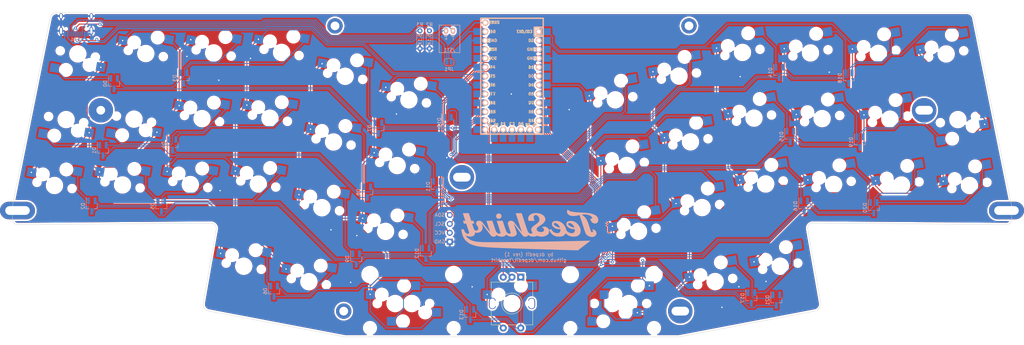
<source format=kicad_pcb>
(kicad_pcb (version 20211014) (generator pcbnew)
  (layers (0 "F.Cu" signal) (31 "B.Cu" signal) (34 "B.Paste" user) (35 "F.Paste" user) (36 "B.SilkS" user "B.Silkscreen") (37 "F.SilkS" user "F.Silkscreen") (38 "B.Mask" user) (39 "F.Mask" user) (44 "Edge.Cuts" user))
  (net 0 "")
  (net 1 "Net-(D0-Pad1)")
  (net 2 "Net-(D0-Pad2)")
  (net 3 "ROW0")
  (net 4 "Net-(D1-Pad1)")
  (net 5 "Net-(D1-Pad2)")
  (net 6 "ROW1")
  (net 7 "Net-(D2-Pad1)")
  (net 8 "Net-(D2-Pad2)")
  (net 9 "ROW2")
  (net 10 "Net-(D3-Pad1)")
  (net 11 "Net-(D3-Pad2)")
  (net 12 "ROW4")
  (net 13 "Net-(D4-Pad1)")
  (net 14 "Net-(D4-Pad2)")
  (net 15 "ROW5")
  (net 16 "Net-(D5-Pad1)")
  (net 17 "Net-(D5-Pad2)")
  (net 18 "ROW6")
  (net 19 "Net-(D6-Pad1)")
  (net 20 "Net-(D6-Pad2)")
  (net 21 "ROW7")
  (net 22 "Net-(D7-Pad1)")
  (net 23 "Net-(D7-Pad2)")
  (net 24 "Net-(D8-Pad1)")
  (net 25 "Net-(D8-Pad2)")
  (net 26 "Net-(D9-Pad1)")
  (net 27 "Net-(D9-Pad2)")
  (net 28 "Net-(D10-Pad1)")
  (net 29 "Net-(D10-Pad2)")
  (net 30 "Net-(D11-Pad1)")
  (net 31 "Net-(D11-Pad2)")
  (net 32 "Net-(D12-Pad1)")
  (net 33 "Net-(D12-Pad2)")
  (net 34 "Net-(D13-Pad1)")
  (net 35 "Net-(D13-Pad2)")
  (net 36 "Net-(D14-Pad1)")
  (net 37 "Net-(D14-Pad2)")
  (net 38 "Net-(D15-Pad1)")
  (net 39 "Net-(D15-Pad2)")
  (net 40 "Net-(D16-Pad1)")
  (net 41 "Net-(D16-Pad2)")
  (net 42 "Net-(D17-Pad1)")
  (net 43 "Net-(D17-Pad2)")
  (net 44 "ROW3")
  (net 45 "Net-(D18-Pad1)")
  (net 46 "Net-(D18-Pad2)")
  (net 47 "Net-(D19-Pad1)")
  (net 48 "Net-(D19-Pad2)")
  (net 49 "Net-(D20-Pad1)")
  (net 50 "Net-(D20-Pad2)")
  (net 51 "Net-(D21-Pad1)")
  (net 53 "GND")
  (net 54 "+5V")
  (net 55 "SCL")
  (net 56 "SDA")
  (net 57 "Net-(USB1-Pad5)")
  (net 58 "Net-(USB1-Pad6)")
  (net 59 "COL0")
  (net 60 "COL1")
  (net 61 "COL2")
  (net 62 "COL3")
  (net 63 "COL4")
  (net 64 "COL5")
  (net 65 "RAW")
  (net 66 "Net-(R2-Pad1)")
  (net 67 "ENB")
  (net 68 "ENA")
  (net 77 "Net-(R3-Pad1)")
  (net 78 "VCC")
  (footprint "MX_Only:MXOnly-1U-Hotswap" (layer "F.Cu") (at 74.2925 113.975 -10)
    (fp_text reference "MX20")
    (fp_text value "MX-NoLED")
  )
  (footprint "MX_Only:MXOnly-1U-Hotswap" (layer "F.Cu") (at 262.73125 141.3775 10)
    (fp_text reference "MX74")
    (fp_text value "MX-NoLED")
  )
  (footprint "" (layer "F.Cu") (at 255.27 68.453)
    (fp_text reference "H2")
    (fp_text value "")
  )
  (footprint "MX_Only:MXOnly-2U-Hotswap" (layer "F.Cu") (at 176.2125 147.6375 180)
    (fp_text reference "MX72")
    (fp_text value "MX-NoLED")
  )
  (footprint "MX_Only:MXOnly-1U-Hotswap" (layer "F.Cu") (at 93.6925 113.815 -10)
    (fp_text reference "MX60")
    (fp_text value "MX-NoLED")
  )
  (footprint "MX_Only:MXOnly-1U-Hotswap" (layer "F.Cu") (at 168.7225 127.065 -10)
    (fp_text reference "MX62")
    (fp_text value "MX-NoLED")
  )
  (footprint "MX_Only:MXOnly-1U-Hotswap" (layer "F.Cu") (at 277.1475 113.565 10)
    (fp_text reference "MX24")
    (fp_text value "MX-NoLED")
  )
  (footprint "MX_Only:MXOnly-1U-Hotswap" (layer "F.Cu") (at 273.8175 94.765 10)
    (fp_text reference "MX14")
    (fp_text value "MX-NoLED")
  )
  (footprint "hole:PKRH" (layer "F.Cu") (at 322.3399 92.5208)
    (fp_text reference "HOLE" hide)
    (fp_text value "VAL**" hide)
  )
  (footprint "MX_Only:MXOnly-1U-Hotswap" (layer "F.Cu") (at 252.3975 82.765 10)
    (fp_text reference "MX43")
    (fp_text value "MX-NoLED")
  )
  (footprint "acheron_MX_PlateSlots:MX125" (layer "F.Cu") (at 146.84375 141.4175 80)
    (fp_text reference "REF**" hide)
    (fp_text value "MX125")
  )
  (footprint "MX_Only:MXOnly-1U-Hotswap" (layer "F.Cu") (at 153.8825 101.575 -10)
    (fp_text reference "MX12")
    (fp_text value "MX-NoLED")
  )
  (footprint "MX_Only:MXOnly-1U-Hotswap" (layer "F.Cu") (at 135.7325 94.795 -10)
    (fp_text reference "MX51")
    (fp_text value "MX-NoLED")
  )
  (footprint "MX_Only:MXOnly-1U-Hotswap" (layer "F.Cu") (at 281.29125 137.0075 10)
    (fp_text reference "MX35")
    (fp_text value "MX-NoLED")
  )
  (footprint "" (layer "F.Cu") (at 154.305 68.453)
    (fp_text reference "H2")
    (fp_text value "")
  )
  (footprint "MX_Only:MXOnly-1U-Hotswap" (layer "F.Cu") (at 335.2575 113.975 10)
    (fp_text reference "MX65")
    (fp_text value "MX-NoLED")
  )
  (footprint "MX_Only:MXOnly-1U-Hotswap" (layer "F.Cu") (at 119.6825 76.185 -10)
    (fp_text reference "MX01")
    (fp_text value "MX-NoLED")
  )
  (footprint "hole:PKRH" (layer "F.Cu") (at 252.7894 149.8207)
    (fp_text reference "HOLE" hide)
    (fp_text value "VAL**" hide)
  )
  (footprint "MX_Only:MXOnly-1U-Hotswap" (layer "F.Cu") (at 289.9175 76.165 10)
    (fp_text reference "MX44")
    (fp_text value "MX-NoLED")
  )
  (footprint "MX_Only:MXOnly-1U-Hotswap" (layer "F.Cu") (at 328.6275 76.455 10)
    (fp_text reference "MX45")
    (fp_text value "MX-NoLED")
  )
  (footprint "MX_Only:MXOnly-1U-Hotswap" (layer "F.Cu") (at 80.9425 76.455 170)
    (fp_text reference "MX00")
    (fp_text value "MX-NoLED")
  )
  (footprint "MX_Only:MXOnly-1U-Hotswap" (layer "F.Cu") (at 139.0525 76.045 -10)
    (fp_text reference "MX41")
    (fp_text value "MX-NoLED")
  )
  (footprint "MX_Only:MXOnly-1.5U-Hotswap" (layer "F.Cu") (at 171.45 147.6375)
    (fp_text reference "MX72.150")
    (fp_text value "MX-NoLED")
  )
  (footprint "Custom_Footprints:SSD1306_OLED" (layer "F.Cu") (at 204.7875 126.20625)
    (fp_text reference "J1")
    (fp_text value "OLED")
  )
  (footprint "hole:PKRHSL" (layer "F.Cu") (at 63.7489 121.1212)
    (fp_text reference "HOLE" hide)
    (fp_text value "VAL**" hide)
  )
  (footprint "MX_Only:MXOnly-1U-Hotswap" (layer "F.Cu") (at 113.0325 113.705 -10)
    (fp_text reference "MX21")
    (fp_text value "MX-NoLED")
  )
  (footprint "MX_Only:MXOnly-1U-Hotswap" (layer "F.Cu") (at 175.3725 89.545 -10)
    (fp_text reference "MX42")
    (fp_text value "MX-NoLED")
  )
  (footprint "MX_Only:MXOnly-1U-Hotswap" (layer "F.Cu") (at 150.5725 120.305 -10)
    (fp_text reference "MX22")
    (fp_text value "MX-NoLED")
  )
  (footprint "MX_Only:MXOnly-1U-Hotswap" (layer "F.Cu") (at 240.8675 127.045 10)
    (fp_text reference "MX23")
    (fp_text value "MX-NoLED")
  )
  (footprint "MX_Only:MXOnly-1U-Hotswap" (layer "F.Cu") (at 172.0325 108.295 -10)
    (fp_text reference "MX52")
    (fp_text value "MX-NoLED")
  )
  (footprint "acheron_MX_PlateSlots:MX125" (layer "F.Cu") (at 262.73125 141.3775 100)
    (fp_text reference "REF**" hide)
    (fp_text value "MX125")
  )
  (footprint "MX_Only:MXOnly-1U-Hotswap" (layer "F.Cu") (at 128.26375 137.0075 -10)
    (fp_text reference "MX70")
    (fp_text value "MX-NoLED")
  )
  (footprint "MX_Only:MXOnly-1U-Hotswap" (layer "F.Cu") (at 270.5275 76.025 10)
    (fp_text reference "MX04")
    (fp_text value "MX-NoLED")
  )
  (footprint "MX_Only:MXOnly-1U-Hotswap" (layer "F.Cu") (at 96.9725 95.065 170)
    (fp_text reference "MX50")
    (fp_text value "MX-NoLED")
  )
  (footprint "MX_Only:MXOnly-1U-Hotswap" (layer "F.Cu") (at 258.9975 120.285 10)
    (fp_text reference "MX63")
    (fp_text value "MX-NoLED")
  )
  (footprint "hole:PKRH" (layer "F.Cu") (at 190.49 111.62)
    (fp_text reference "HOLE" hide)
    (fp_text value "VAL**" hide)
  )
  (footprint "MX_Only:MXOnly-1U-Hotswap" (layer "F.Cu") (at 315.8875 113.835 10)
    (fp_text reference "MX25")
    (fp_text value "MX-NoLED")
  )
  (footprint "MX_Only:MXOnly-1U-Hotswap" (layer "F.Cu") (at 237.5175 108.275 10)
    (fp_text reference "MX13")
    (fp_text value "MX-NoLED")
  )
  (footprint "MX_Only:MXOnly-1U-Hotswap" (layer "F.Cu") (at 77.6125 95.185 170)
    (fp_text reference "MX10")
    (fp_text value "MX-NoLED")
  )
  (footprint "MX_Only:MXOnly-1U-Hotswap" (layer "F.Cu") (at 312.5775 95.065 10)
    (fp_text reference "MX15")
    (fp_text value "MX-NoLED")
  )
  (footprint "MX_Only:MXOnly-1U-Hotswap" (layer "F.Cu") (at 234.2475 89.545 10)
    (fp_text reference "MX03")
    (fp_text value "MX-NoLED")
  )
  (footprint "Keebio-Parts:RotaryEncoder_EC11" (layer "F.Cu") (at 204.7875 147.6375 -90)
    (fp_text reference "SWR1")
    (fp_text value "RotaryEncoder_Switch")
  )
  (footprint "MX_Only:MXOnly-1.5U-Hotswap" (layer "F.Cu") (at 238.125 147.6475)
    (fp_text reference "MX34.150")
    (fp_text value "MX-NoLED")
  )
  (footprint "MX_Only:MXOnly-1U-Hotswap" (layer "F.Cu") (at 309.2875 76.295 10)
    (fp_text reference "MX05")
    (fp_text value "MX-NoLED")
  )
  (footprint "MX_Only:MXOnly-1U-Hotswap" (layer "F.Cu") (at 132.41712 113.553371 -10)
    (fp_text reference "MX61")
    (fp_text value "MX-NoLED")
  )
  (footprint "MX_Only:MXOnly-1U-Hotswap" (layer "F.Cu") (at 157.2025 82.835 -10)
    (fp_text reference "MX02")
    (fp_text value "MX-NoLED")
  )
  (footprint "acheron_MX_PlateSlots:MX150" (layer "F.Cu") (at 281.29125 137.0075 100)
    (fp_text reference "REF**" hide)
    (fp_text value "MX150")
  )
  (footprint "MX_Only:MXOnly-1U-Hotswap" (layer "F.Cu") (at 100.3325 76.345 -10)
    (fp_text reference "MX40")
    (fp_text value "MX-NoLED")
  )
  (footprint "MX_Only:MXOnly-1U-Hotswap" (layer "F.Cu") (at 116.3725 94.905 -10)
    (fp_text reference "MX11")
    (fp_text value "MX-NoLED")
  )
  (footprint "MX_Only:MXOnly-1U-Hotswap" (layer "F.Cu") (at 293.2475 94.905 10)
    (fp_text reference "MX54")
    (fp_text value "MX-NoLED")
  )
  (footprint "MX_Only:MXOnly-2U-Hotswap" (layer "F.Cu") (at 233.3625 147.6375 180)
    (fp_text reference "MX34")
    (fp_text value "MX-NoLED")
  )
  (footprint "MX_Only:MXOnly-1U-Hotswap" (layer "F.Cu") (at 331.9675 95.185 -170)
    (fp_text reference "MX55")
    (fp_text value "MX-NoLED")
  )
  (footprint "MX_Only:MXOnly-1U-Hotswap" (layer "F.Cu") (at 255.6875 101.535 10)
    (fp_text reference "MX53")
    (fp_text value "MX-NoLED")
  )
  (footprint "MX_Only:MXOnly-1U-Hotswap" (layer "F.Cu") (at 296.5375 113.675 10)
    (fp_text reference "MX64")
    (fp_text value "MX-NoLED")
  )
  (footprint "MX_Only:MXOnly-1U-Hotswap" (layer "F.Cu") (at 204.7875 147.6375)
    (fp_text reference "MX73")
    (fp_text value "MX-NoLED")
  )
  (footprint "hole:PKRHSL" (layer "F.Cu") (at 345.8312 121.1212)
    (fp_text reference "HOLE" hide)
    (fp_text value "VAL**" hide)
  )
  (footprint "hole:PKRHC" (layer "F.Cu") (at 87.4893 92.5208)
    (fp_text reference "HOLE" hide)
    (fp_text value "VAL**" hide)
  )
  (footprint "MX_Only:MXOnly-1U-Hotswap" (layer "F.Cu") (at 146.84375 141.4175 -10)
    (fp_text reference "MX71")
    (fp_text value "MX-NoLED")
  )
  (footprint "" (layer "F.Cu") (at 156.7856 149.8207)
    (fp_text reference "H2")
    (fp_text value "")
  )
  (footprint "acheron_MX_PlateSlots:MX150" (layer "F.Cu") (at 128.26375 137.0075 80)
    (fp_text reference "REF**" hide)
    (fp_text value "MX150")
  )
  (footprint "Keebio-Parts:SOT-23_Handsoldering" (layer "B.Cu") (at 300.83125 83.34375 -90)
    (fp_text reference "D18")
    (fp_text value "BAV70")
  )
  (footprint "Keebio-Parts:HRO-TYPE-C-31-M-12-Assembly" (layer "B.Cu") (at 80.49 63.0725)
    (fp_text reference "USB1")
    (fp_text value "USB-TYPE-C")
  )
  (footprint "Keebio-Parts:SOT-23_Handsoldering" (layer "B.Cu") (at 186.53125 96.04375 -90)
    (fp_text reference "D10")
    (fp_text value "BAV70")
  )
  (footprint "Keebio-Parts:SOT-23_Handsoldering" (layer "B.Cu") (at 284.1625 100.0125 -90)
    (fp_text reference "D15")
    (fp_text value "BAV70")
  )
  (footprint "Keebio-Parts:SOT-23_Handsoldering" (layer "B.Cu") (at 91.28125 84.93125 -90)
    (fp_text reference "D0")
    (fp_text value "BAV70")
  )
  (footprint "Keebio-Parts:SOT-23_Handsoldering" (layer "B.Cu") (at 160.3375 134.9375 -90)
    (fp_text reference "D9")
    (fp_text value "BAV70")
  )
  (footprint "keyboard_parts:JST_PH2_TH" (layer "B.Cu") (at 186.96 69.85)
    (fp_text reference "JST1")
    (fp_text value "Conn_01x02_Female" hide)
  )
  (footprint "Keebio-Parts:SOT-23_Handsoldering" (layer "B.Cu") (at 84.93125 119.85625 -90)
    (fp_text reference "D2")
    (fp_text value "BAV70")
  )
  (footprint "Keebio-Parts:SOT-23_Handsoldering" (layer "B.Cu") (at 136.906 144.145 -90)
    (fp_text reference "D6")
    (fp_text value "BAV70")
  )
  (footprint "Keebio-Parts:SOT-23_Handsoldering" (layer "B.Cu") (at 192.88125 150.8125 -90)
    (fp_text reference "D13")
    (fp_text value "BAV70")
  )
  (footprint "Keebio-Parts:SOT-23_Handsoldering" (layer "B.Cu") (at 111.125 83.34375 -90)
    (fp_text reference "D3")
    (fp_text value "BAV70")
  )
  (footprint "Keebio-Parts:SOT-23_Handsoldering" (layer "B.Cu") (at 183.35625 114.3 -90)
    (fp_text reference "D11")
    (fp_text value "BAV70")
  )
  (footprint "Keebio-Parts:Elite-C-castellated-29pin-holes" (layer "B.Cu") (at 204.7875 84.062 -90)
    (fp_text reference "U1" hide)
    (fp_text value "Elite-C" hide)
  )
  (footprint "Keebio-Parts:SOT-23_Handsoldering" (layer "B.Cu") (at 166.6875 97.63125 -90)
    (fp_text reference "D7")
    (fp_text value "BAV70")
  )
  (footprint "Resistor_THT:R_Axial_DIN0204_L3.6mm_D1.6mm_P5.08mm_Horizontal" (layer "B.Cu") (at 181.229 69.85 -90)
    (fp_text reference "R2")
    (fp_text value "5.1K")
  )
  (footprint "Keebio-Parts:SOT-23_Handsoldering" (layer "B.Cu") (at 288.13125 119.85625 -90)
    (fp_text reference "D16")
    (fp_text value "BAV70")
  )
  (footprint "Keebio-Parts:SOT-23_Handsoldering" (layer "B.Cu") (at 88.10625 103.98125 -90)
    (fp_text reference "D1")
    (fp_text value "BAV70")
  )
  (footprint "Keebio-Parts:SOT-23_Handsoldering" (layer "B.Cu") (at 280.9875 81.75625 -90)
    (fp_text reference "D14")
    (fp_text value "BAV70")
  )
  (footprint "Keebio-Parts:SOT-23_Handsoldering" (layer "B.Cu") (at 104.775 119.85625 -90)
    (fp_text reference "D5")
    (fp_text value "BAV70")
  )
  (footprint "Keebio-Parts:SOT-23_Handsoldering" (layer "B.Cu") (at 180.18125 133.35 -90)
    (fp_text reference "D12")
    (fp_text value "BAV70")
  )
  (footprint "Keebio-Parts:SOT-23_Handsoldering" (layer "B.Cu") (at 163.5125 115.8875 -90)
    (fp_text reference "D8")
    (fp_text value "BAV70")
  )
  (footprint "Keebio-Parts:SOT-23_Handsoldering" (layer "B.Cu") (at 273.05 146.05 -90)
    (fp_text reference "D17")
    (fp_text value "BAV70")
  )
  (footprint "logo:outline" (layer "B.Cu") (at 209.789164 126.349367 180)
    (fp_text reference "G***" hide)
    (fp_text value "LOGO" hide)
  )
  (footprint "Keebio-Parts:SOT-23_Handsoldering" (layer "B.Cu") (at 307.975 120.3452 -90)
    (fp_text reference "D20")
    (fp_text value "BAV70")
  )
  (footprint "logo:text" (layer "B.Cu") (at 209.87 126.62 180)
    (fp_text reference "G***" hide)
    (fp_text value "LOGO" hide)
  )
  (footprint "Keebio-Parts:SOT-23_Handsoldering" (layer "B.Cu") (at 304.00625 101.6 -90)
    (fp_text reference "D19")
    (fp_text value "BAV70")
  )
  (footprint "Keebio-Parts:SOT-23_Handsoldering" (layer "B.Cu") (at 107.95 102.39375 -90)
    (fp_text reference "D4")
    (fp_text value "BAV70")
  )
  (footprint "Keebio-Parts:SOT-23_Handsoldering" (layer "B.Cu") (at 280.19375 146.685 -90)
    (fp_text reference "D21")
    (fp_text value "BAV70")
  )
  (footprint "Resistor_THT:R_Axial_DIN0204_L3.6mm_D1.6mm_P5.08mm_Horizontal" (layer "B.Cu") (at 178.5366 69.85 -90)
    (fp_text reference "R3")
    (fp_text value "5.1K")
  )
  (footprint "Jumper:SolderJumper-2_P1.3mm_Open_RoundedPad1.0x1.5mm" (layer "B.Cu") (at 186.833 78.779)
    (fp_text reference "JP1")
    (fp_text value "RAW_JP")
  )
  (gr_arc (start 292.79 147.38) (mid 292.466361 148.956292) (end 291.09 149.79) (layer "Edge.Cuts") (width 0.1))
  (gr_line (start 75 64.62) (end 334.53 64.62) (layer "Edge.Cuts") (width 0.0991))
  (gr_line (start 118.94 124.71) (end 63.79066 125.12934) (layer "Edge.Cuts") (width 0.1))
  (gr_line (start 290.66 124.69) (end 345.78934 125.10934) (layer "Edge.Cuts") (width 0.1))
  (gr_arc (start 334.53 64.62) (mid 335.84841 65.112985) (end 336.52 66.35) (layer "Edge.Cuts") (width 0.1))
  (gr_line (start 62.29 123.62934) (end 62.29 119.88) (layer "Edge.Cuts") (width 0.0991))
  (gr_line (start 120.42 126.52) (end 116.75 147.41) (layer "Edge.Cuts") (width 0.1))
  (gr_line (start 347.29 119.87) (end 347.29 123.60934) (layer "Edge.Cuts") (width 0.0991))
  (gr_arc (start 118.94 124.71) (mid 120.106709 125.266088) (end 120.42 126.52) (layer "Edge.Cuts") (width 0.1))
  (gr_line (start 157.1625 157.1625) (end 118.41 149.8) (layer "Edge.Cuts") (width 0.1))
  (gr_line (start 252.4125 157.1625) (end 157.1625 157.1625) (layer "Edge.Cuts") (width 0.0991))
  (gr_arc (start 118.41 149.8) (mid 117.063219 148.963936) (end 116.75 147.41) (layer "Edge.Cuts") (width 0.1))
  (gr_line (start 292.79 147.38) (end 289.13 126.5) (layer "Edge.Cuts") (width 0.1))
  (gr_line (start 73.03 66.3) (end 62.29 119.88) (layer "Edge.Cuts") (width 0.1))
  (gr_arc (start 347.29 123.60934) (mid 346.85033 124.670137) (end 345.78934 125.10934) (layer "Edge.Cuts") (width 0.1))
  (gr_arc (start 289.13 126.5) (mid 289.452761 125.221174) (end 290.66 124.69) (layer "Edge.Cuts") (width 0.1))
  (gr_arc (start 63.79066 125.12934) (mid 62.72967 124.690137) (end 62.29 123.62934) (layer "Edge.Cuts") (width 0.1))
  (gr_arc (start 73.03 66.3) (mid 73.705524 65.097103) (end 75 64.62) (layer "Edge.Cuts") (width 0.1))
  (gr_line (start 336.52 66.35) (end 347.29 119.87) (layer "Edge.Cuts") (width 0.1))
  (gr_line (start 291.09 149.79) (end 252.4125 157.1625) (layer "Edge.Cuts") (width 0.1))
  (gr_text "by dcpedit (rev 1)\ngithub.com/dcpedit/teeshirt" (at 209.6 134.44) (layer "B.SilkS") (effects (font (size 1 1)) (justify mirror)))
  (segment (start 77.294999 83.43125) (end 90.33125 83.43125) (width 0.25) (layer "B.Cu") (net 1))
  (segment (start 74.30712 80.443371) (end 77.294999 83.43125) (width 0.25) (layer "B.Cu") (net 1))
  (segment (start 111.350489 82.667283) (end 111.350489 80.569239) (width 0.25) (layer "B.Cu") (net 2))
  (segment (start 94.23173 85.98173) (end 108.036042 85.98173) (width 0.25) (layer "B.Cu") (net 2))
  (segment (start 92.23125 83.98125) (end 94.23173 85.98173) (width 0.25) (layer "B.Cu") (net 2))
  (segment (start 108.036042 85.98173) (end 111.350489 82.667283) (width 0.25) (layer "B.Cu") (net 2))
  (segment (start 113.179728 78.74) (end 121.043792 78.74) (width 0.25) (layer "B.Cu") (net 2))
  (segment (start 92.23125 83.43125) (end 92.23125 83.98125) (width 0.25) (layer "B.Cu") (net 2))
  (segment (start 126.31788 73.465912) (end 126.31788 72.196629) (width 0.25) (layer "B.Cu") (net 2))
  (segment (start 111.350489 80.569239) (end 113.179728 78.74) (width 0.25) (layer "B.Cu") (net 2))
  (segment (start 121.043792 78.74) (end 126.31788 73.465912) (width 0.25) (layer "B.Cu") (net 2))
  (segment (start 195.966689 93.517093) (end 195.966689 91.612811) (width 0.25) (layer "F.Cu") (net 3))
  (segment (start 195.966689 91.612811) (end 197.1675 90.412) (width 0.25) (layer "F.Cu") (net 3))
  (segment (start 188.526491 100.957291) (end 195.966689 93.517093) (width 0.25) (layer "F.Cu") (net 3))
  (segment (start 188.526491 104.019378) (end 188.526491 100.957291) (width 0.25) (layer "F.Cu") (net 3))
  (segment (start 187.389869 105.156) (end 188.526491 104.019378) (width 0.25) (layer "F.Cu") (net 3))
  (via (at 187.389869 105.156) (size 0.8) (drill 0.4) (layers "F.Cu" "B.Cu") (net 3))
  (segment (start 244.475 94.996) (end 231.902 94.996) (width 0.25) (layer "B.Cu") (net 3))
  (segment (start 219.964 106.934) (end 189.484 106.934) (width 0.25) (layer "B.Cu") (net 3))
  (segment (start 166.6875 99.13125) (end 167.82548 97.99327) (width 0.25) (layer "B.Cu") (net 3))
  (segment (start 185.11527 97.99327) (end 187.62744 100.50544) (width 0.25) (layer "B.Cu") (net 3))
  (segment (start 167.82548 97.99327) (end 185.11527 97.99327) (width 0.25) (layer "B.Cu") (net 3))
  (segment (start 187.706 105.156) (end 187.389869 105.156) (width 0.25) (layer "B.Cu") (net 3))
  (segment (start 91.28125 86.43125) (end 152.47125 86.43125) (width 0.25) (layer "B.Cu") (net 3))
  (segment (start 187.62744 100.50544) (end 187.62744 104.918429) (width 0.25) (layer "B.Cu") (net 3))
  (segment (start 187.62744 104.918429) (end 187.389869 105.156) (width 0.25) (layer "B.Cu") (net 3))
  (segment (start 252.73 86.741) (end 244.475 94.996) (width 0.25) (layer "B.Cu") (net 3))
  (segment (start 274.62975 83.25625) (end 271.145 86.741) (width 0.25) (layer "B.Cu") (net 3))
  (segment (start 280.9875 83.25625) (end 274.62975 83.25625) (width 0.25) (layer "B.Cu") (net 3))
  (segment (start 189.484 106.934) (end 187.706 105.156) (width 0.25) (layer "B.Cu") (net 3))
  (segment (start 165.17125 99.13125) (end 166.6875 99.13125) (width 0.25) (layer "B.Cu") (net 3))
  (segment (start 231.902 94.996) (end 219.964 106.934) (width 0.25) (layer "B.Cu") (net 3))
  (segment (start 152.47125 86.43125) (end 165.17125 99.13125) (width 0.25) (layer "B.Cu") (net 3))
  (segment (start 271.145 86.741) (end 252.73 86.741) (width 0.25) (layer "B.Cu") (net 3))
  (segment (start 70.97712 99.173371) (end 74.284999 102.48125) (width 0.25) (layer "B.Cu") (net 4))
  (segment (start 74.284999 102.48125) (end 87.15625 102.48125) (width 0.25) (layer "B.Cu") (net 4))
  (segment (start 116.716365 98.679) (end 123.00788 92.387485) (width 0.25) (layer "B.Cu") (net 5))
  (segment (start 107.95 99.844728) (end 109.115728 98.679) (width 0.25) (layer "B.Cu") (net 5))
  (segment (start 107.411522 102.48125) (end 107.95 101.942772) (width 0.25) (layer "B.Cu") (net 5))
  (segment (start 123.00788 92.387485) (end 123.00788 90.916629) (width 0.25) (layer "B.Cu") (net 5))
  (segment (start 89.05625 102.48125) (end 107.411522 102.48125) (width 0.25) (layer "B.Cu") (net 5))
  (segment (start 109.115728 98.679) (end 116.716365 98.679) (width 0.25) (layer "B.Cu") (net 5))
  (segment (start 107.95 101.942772) (end 107.95 99.844728) (width 0.25) (layer "B.Cu") (net 5))
  (segment (start 224.778386 108.088614) (end 214.728271 98.038499) (width 0.25) (layer "F.Cu") (net 6))
  (segment (start 213.608311 90.977094) (end 213.608311 89.072811) (width 0.25) (layer "F.Cu") (net 6))
  (segment (start 214.165129 91.533912) (end 213.608311 90.977094) (width 0.25) (layer "F.Cu") (net 6))
  (segment (start 214.165129 93.438194) (end 214.165129 91.533912) (width 0.25) (layer "F.Cu") (net 6))
  (segment (start 214.507351 95.6847) (end 214.507351 93.780416) (width 0.25) (layer "F.Cu") (net 6))
  (segment (start 214.728271 98.038499) (end 214.728271 95.90562) (width 0.25) (layer "F.Cu") (net 6))
  (segment (start 214.728271 95.90562) (end 214.507351 95.6847) (width 0.25) (layer "F.Cu") (net 6))
  (segment (start 214.507351 93.780416) (end 214.165129 93.438194) (width 0.25) (layer "F.Cu") (net 6))
  (segment (start 229.250347 112.881923) (end 229.250347 112.535913) (width 0.25) (layer "F.Cu") (net 6))
  (segment (start 229.250347 112.535913) (end 224.803048 108.088614) (width 0.25) (layer "F.Cu") (net 6))
  (segment (start 224.803048 108.088614) (end 224.778386 108.088614) (width 0.25) (layer "F.Cu") (net 6))
  (segment (start 213.608311 89.072811) (end 212.4075 87.872) (width 0.25) (layer "F.Cu") (net 6))
  (via (at 229.250347 112.881923) (size 0.8) (drill 0.4) (layers "F.Cu" "B.Cu") (net 6))
  (segment (start 163.5125 117.3875) (end 163.5125 117.32902) (width 0.25) (layer "B.Cu") (net 6))
  (segment (start 241.682809 109.091908) (end 274.956809 109.091908) (width 0.25) (layer "B.Cu") (net 6))
  (segment (start 231.42821 111.092941) (end 238.219941 111.092941) (width 0.25) (layer "B.Cu") (net 6))
  (segment (start 274.956809 109.091908) (end 282.536218 101.5125) (width 0.25) (layer "B.Cu") (net 6))
  (segment (start 88.10625 105.48125) (end 88.75625 105.48125) (width 0.25) (layer "B.Cu") (net 6))
  (segment (start 104.94727 102.93077) (end 107.49775 105.48125) (width 0.25) (layer "B.Cu") (net 6))
  (segment (start 107.49775 105.48125) (end 149.55025 105.48125) (width 0.25) (layer "B.Cu") (net 6))
  (segment (start 181.78152 116.24952) (end 182.606511 117.074511) (width 0.25) (layer "B.Cu") (net 6))
  (segment (start 182.606511 117.074511) (end 185.358348 117.074511) (width 0.25) (layer "B.Cu") (net 6))
  (segment (start 91.30673 102.93077) (end 104.94727 102.93077) (width 0.25) (layer "B.Cu") (net 6))
  (segment (start 229.250347 112.881923) (end 229.250347 113.270805) (width 0.25) (layer "B.Cu") (net 6))
  (segment (start 163.5125 117.32902) (end 164.592 116.24952) (width 0.25) (layer "B.Cu") (net 6))
  (segment (start 238.219941 111.092941) (end 239.681776 111.092941) (width 0.25) (layer "B.Cu") (net 6))
  (segment (start 188.33096 117.99304) (end 224.528111 117.99304) (width 0.25) (layer "B.Cu") (net 6))
  (segment (start 88.75625 105.48125) (end 91.30673 102.93077) (width 0.25) (layer "B.Cu") (net 6))
  (segment (start 185.358348 117.074511) (end 186.826848 118.543011) (width 0.25) (layer "B.Cu") (net 6))
  (segment (start 186.826848 118.543011) (end 187.780989 118.543011) (width 0.25) (layer "B.Cu") (net 6))
  (segment (start 239.681776 111.092941) (end 241.682809 109.091908) (width 0.25) (layer "B.Cu") (net 6))
  (segment (start 229.618151 112.903) (end 231.42821 111.092941) (width 0.25) (layer "B.Cu") (net 6))
  (segment (start 224.528111 117.99304) (end 228.791576 113.729576) (width 0.25) (layer "B.Cu") (net 6))
  (segment (start 229.250347 112.881923) (end 229.271424 112.903) (width 0.25) (layer "B.Cu") (net 6))
  (segment (start 229.250347 113.270805) (end 228.791576 113.729576) (width 0.25) (layer "B.Cu") (net 6))
  (segment (start 187.780989 118.543011) (end 188.33096 117.99304) (width 0.25) (layer "B.Cu") (net 6))
  (segment (start 231.428212 111.092941) (end 232.250941 111.092941) (width 0.25) (layer "B.Cu") (net 6))
  (segment (start 282.536218 101.5125) (end 284.1625 101.5125) (width 0.25) (layer "B.Cu") (net 6))
  (segment (start 232.250941 111.092941) (end 238.219941 111.092941) (width 0.25) (layer "B.Cu") (net 6))
  (segment (start 149.55025 105.48125) (end 161.4565 117.3875) (width 0.25) (layer "B.Cu") (net 6))
  (segment (start 229.271424 112.903) (end 229.618151 112.903) (width 0.25) (layer "B.Cu") (net 6))
  (segment (start 161.4565 117.3875) (end 163.5125 117.3875) (width 0.25) (layer "B.Cu") (net 6))
  (segment (start 164.592 116.24952) (end 181.78152 116.24952) (width 0.25) (layer "B.Cu") (net 6))
  (segment (start 80.92788 109.986629) (end 80.92788 114.33462) (width 0.25) (layer "B.Cu") (net 7))
  (segment (start 80.92788 115.30288) (end 80.92788 114.33462) (width 0.25) (layer "B.Cu") (net 7))
  (segment (start 83.98125 118.35625) (end 80.92788 115.30288) (width 0.25) (layer "B.Cu") (net 7))
  (segment (start 105.000489 119.179783) (end 105.000489 117.122511) (width 0.25) (layer "B.Cu") (net 8))
  (segment (start 105.000489 117.122511) (end 105.9815 116.1415) (width 0.25) (layer "B.Cu") (net 8))
  (segment (start 104.549511 119.630761) (end 105.000489 119.179783) (width 0.25) (layer "B.Cu") (net 8))
  (segment (start 87.155761 119.630761) (end 104.549511 119.630761) (width 0.25) (layer "B.Cu") (net 8))
  (segment (start 105.9815 116.1415) (end 114.4905 116.1415) (width 0.25) (layer "B.Cu") (net 8))
  (segment (start 119.66788 110.96412) (end 119.66788 109.716629) (width 0.25) (layer "B.Cu") (net 8))
  (segment (start 85.88125 118.35625) (end 87.155761 119.630761) (width 0.25) (layer "B.Cu") (net 8))
  (segment (start 114.4905 116.1415) (end 119.66788 110.96412) (width 0.25) (layer "B.Cu") (net 8))
  (segment (start 213.608311 94.152811) (end 212.4075 92.952) (width 0.25) (layer "F.Cu") (net 9))
  (segment (start 232.25198 132.873738) (end 232.25198 125.700416) (width 0.25) (layer "F.Cu") (net 9))
  (segment (start 229.22496 122.673395) (end 229.22496 114.516868) (width 0.25) (layer "F.Cu") (net 9))
  (segment (start 228.076316 113.368223) (end 228.076316 112.633316) (width 0.25) (layer "F.Cu") (net 9))
  (segment (start 231.830265 134.3285) (end 231.830265 133.295453) (width 0.25) (layer "F.Cu") (net 9))
  (segment (start 228.051652 112.633316) (end 213.829231 98.410895) (width 0.25) (layer "F.Cu") (net 9))
  (segment (start 213.829231 96.278014) (end 213.608311 96.057094) (width 0.25) (layer "F.Cu") (net 9))
  (segment (start 231.830265 133.295453) (end 232.25198 132.873738) (width 0.25) (layer "F.Cu") (net 9))
  (segment (start 228.076316 112.633316) (end 228.051652 112.633316) (width 0.25) (layer "F.Cu") (net 9))
  (segment (start 229.22496 114.516868) (end 228.076316 113.368223) (width 0.25) (layer "F.Cu") (net 9))
  (segment (start 213.608311 96.057094) (end 213.608311 94.152811) (width 0.25) (layer "F.Cu") (net 9))
  (segment (start 213.829231 98.410895) (end 213.829231 96.278014) (width 0.25) (layer "F.Cu") (net 9))
  (segment (start 232.25198 125.700416) (end 229.22496 122.673395) (width 0.25) (layer "F.Cu") (net 9))
  (via (at 231.830265 134.3285) (size 0.8) (drill 0.4) (layers "F.Cu" "B.Cu") (net 9))
  (segment (start 286.767946 121.35625) (end 288.13125 121.35625) (width 0.25) (layer "B.Cu") (net 9))
  (segment (start 228.561218 136.4375) (end 230.670218 134.3285) (width 0.25) (layer "B.Cu") (net 9))
  (segment (start 84.93125 121.35625) (end 85.27275 121.35625) (width 0.25) (layer "B.Cu") (net 9))
  (segment (start 104.215761 122.630761) (end 105.499511 122.630761) (width 0.25) (layer "B.Cu") (net 9))
  (segment (start 259.1175 134.3285) (end 263.652 129.794) (width 0.25) (layer "B.Cu") (net 9))
  (segment (start 85.27275 121.35625) (end 86.548719 120.080281) (width 0.25) (layer "B.Cu") (net 9))
  (segment (start 160.3375 136.25202) (end 160.3375 136.4375) (width 0.25) (layer "B.Cu") (net 9))
  (segment (start 105.499511 122.630761) (end 108.874982 119.25529) (width 0.25) (layer "B.Cu") (net 9))
  (segment (start 86.548719 120.080281) (end 101.665281 120.080281) (width 0.25) (layer "B.Cu") (net 9))
  (segment (start 278.330196 129.794) (end 286.767946 121.35625) (width 0.25) (layer "B.Cu") (net 9))
  (segment (start 160.92224 136.4375) (end 163.0232 134.33654) (width 0.25) (layer "B.Cu") (net 9))
  (segment (start 154.290761 135.29952) (end 159.385 135.29952) (width 0.25) (layer "B.Cu") (net 9))
  (segment (start 230.670218 134.3285) (end 231.830265 134.3285) (width 0.25) (layer "B.Cu") (net 9))
  (segment (start 108.874982 119.25529) (end 138.24653 119.25529) (width 0.25) (layer "B.Cu") (net 9))
  (segment (start 263.652 129.794) (end 278.330196 129.794) (width 0.25) (layer "B.Cu") (net 9))
  (segment (start 177.64354 134.33654) (end 179.7445 136.4375) (width 0.25) (layer "B.Cu") (net 9))
  (segment (start 160.3375 136.4375) (end 160.92224 136.4375) (width 0.25) (layer "B.Cu") (net 9))
  (segment (start 231.830265 134.3285) (end 259.1175 134.3285) (width 0.25) (layer "B.Cu") (net 9))
  (segment (start 138.24653 119.25529) (end 154.290761 135.29952) (width 0.25) (layer "B.Cu") (net 9))
  (segment (start 159.385 135.29952) (end 160.3375 136.25202) (width 0.25) (layer "B.Cu") (net 9))
  (segment (start 179.7445 136.4375) (end 228.561218 136.4375) (width 0.25) (layer "B.Cu") (net 9))
  (segment (start 101.665281 120.080281) (end 104.215761 122.630761) (width 0.25) (layer "B.Cu") (net 9))
  (segment (start 163.0232 134.33654) (end 177.64354 134.33654) (width 0.25) (layer "B.Cu") (net 9))
  (segment (start 110.175 75.563749) (end 106.96788 72.356629) (width 0.25) (layer "B.Cu") (net 10))
  (segment (start 110.175 81.84375) (end 110.175 75.563749) (width 0.25) (layer "B.Cu") (net 10))
  (segment (start 139.257434 79.18952) (end 145.68788 72.759074) (width 0.25) (layer "B.Cu") (net 11))
  (segment (start 113.365926 79.18952) (end 139.257434 79.18952) (width 0.25) (layer "B.Cu") (net 11))
  (segment (start 112.075 81.84375) (end 112.075 80.480446) (width 0.25) (layer "B.Cu") (net 11))
  (segment (start 145.68788 72.759074) (end 145.68788 72.056629) (width 0.25) (layer "B.Cu") (net 11))
  (segment (start 112.075 80.480446) (end 113.365926 79.18952) (width 0.25) (layer "B.Cu") (net 11))
  (segment (start 191.312064 97.536) (end 195.517169 93.330895) (width 0.25) (layer "F.Cu") (net 12))
  (segment (start 187.80198 97.536) (end 191.312064 97.536) (width 0.25) (layer "F.Cu") (net 12))
  (segment (start 195.517169 91.426614) (end 195.966689 90.977094) (width 0.25) (layer "F.Cu") (net 12))
  (segment (start 195.966689 90.977094) (end 195.966689 89.072811) (width 0.25) (layer "F.Cu") (net 12))
  (segment (start 195.517169 93.330895) (end 195.517169 91.426614) (width 0.25) (layer "F.Cu") (net 12))
  (segment (start 195.966689 89.072811) (end 197.1675 87.872) (width 0.25) (layer "F.Cu") (net 12))
  (via (at 187.80198 97.536) (size 0.8) (drill 0.4) (layers "F.Cu" "B.Cu") (net 12))
  (segment (start 279.52427 82.80673) (end 279.527 82.804) (width 0.25) (layer "B.Cu") (net 12))
  (segment (start 299.555281 83.567781) (end 300.83125 84.84375) (width 0.25) (layer "B.Cu") (net 12))
  (segment (start 164.219468 97.54375) (end 186.53125 97.54375) (width 0.25) (layer "B.Cu") (net 12))
  (segment (start 231.715803 94.54648) (end 244.288802 94.54648) (width 0.25) (layer "B.Cu") (net 12))
  (segment (start 284.613313 83.567781) (end 299.555281 83.567781) (width 0.25) (layer "B.Cu") (net 12))
  (segment (start 283.027271 81.981739) (end 284.613313 83.567781) (width 0.25) (layer "B.Cu") (net 12))
  (segment (start 111.125 84.84375) (end 112.26298 85.98173) (width 0.25) (layer "B.Cu") (net 12))
  (segment (start 112.26298 85.98173) (end 152.657448 85.98173) (width 0.25) (layer "B.Cu") (net 12))
  (segment (start 252.543802 86.29148) (end 270.958803 86.29148) (width 0.25) (layer "B.Cu") (net 12))
  (segment (start 187.833 97.536) (end 188.07696 97.77996) (width 0.25) (layer "B.Cu") (net 12))
  (segment (start 279.527 82.804) (end 279.527 82.717728) (width 0.25) (layer "B.Cu") (net 12))
  (segment (start 189.670198 106.48448) (end 219.777803 106.48448) (width 0.25) (layer "B.Cu") (net 12))
  (segment (start 152.657448 85.98173) (end 164.219468 97.54375) (width 0.25) (layer "B.Cu") (net 12))
  (segment (start 274.443553 82.80673) (end 279.52427 82.80673) (width 0.25) (layer "B.Cu") (net 12))
  (segment (start 187.80198 97.536) (end 187.833 97.536) (width 0.25) (layer "B.Cu") (net 12))
  (segment (start 280.262989 81.981739) (end 283.027271 81.981739) (width 0.25) (layer "B.Cu") (net 12))
  (segment (start 244.288802 94.54648) (end 252.543802 86.29148) (width 0.25) (layer "B.Cu") (net 12))
  (segment (start 279.527 82.717728) (end 280.262989 81.981739) (width 0.25) (layer "B.Cu") (net 12))
  (segment (start 186.53125 97.54375) (end 187.79423 97.54375) (width 0.25) (layer "B.Cu") (net 12))
  (segment (start 219.777803 106.48448) (end 231.715803 94.54648) (width 0.25) (layer "B.Cu") (net 12))
  (segment (start 188.07696 104.891242) (end 189.670198 106.48448) (width 0.25) (layer "B.Cu") (net 12))
  (segment (start 188.07696 97.77996) (end 188.07696 104.891242) (width 0.25) (layer "B.Cu") (net 12))
  (segment (start 187.79423 97.54375) (end 187.80198 97.536) (width 0.25) (layer "B.Cu") (net 12))
  (segment (start 270.958803 86.29148) (end 274.443553 82.80673) (width 0.25) (layer "B.Cu") (net 12))
  (segment (start 90.33712 99.053371) (end 93.315478 102.03173) (width 0.25) (layer "B.Cu") (net 13))
  (segment (start 93.315478 102.03173) (end 105.86202 102.03173) (width 0.25) (layer "B.Cu") (net 13))
  (segment (start 105.86202 102.03173) (end 107 100.89375) (width 0.25) (layer "B.Cu") (net 13))
  (segment (start 136.713533 97.163421) (end 118.867663 97.163421) (width 0.25) (layer "B.Cu") (net 14))
  (segment (start 118.867663 97.163421) (end 116.902563 99.12852) (width 0.25) (layer "B.Cu") (net 14))
  (segment (start 108.9 100.34375) (end 108.9 100.89375) (width 0.25) (layer "B.Cu") (net 14))
  (segment (start 142.36788 91.509074) (end 136.713533 97.163421) (width 0.25) (layer "B.Cu") (net 14))
  (segment (start 116.902563 99.12852) (end 110.11523 99.12852) (width 0.25) (layer "B.Cu") (net 14))
  (segment (start 110.11523 99.12852) (end 108.9 100.34375) (width 0.25) (layer "B.Cu") (net 14))
  (segment (start 142.36788 90.806629) (end 142.36788 91.509074) (width 0.25) (layer "B.Cu") (net 14))
  (segment (start 197.1675 92.952) (end 188.976011 101.143489) (width 0.25) (layer "F.Cu") (net 15))
  (segment (start 185.81806 116.246691) (end 187.389869 117.8185) (width 0.25) (layer "F.Cu") (net 15))
  (segment (start 185.81806 107.752423) (end 185.81806 116.246691) (width 0.25) (layer "F.Cu") (net 15))
  (segment (start 188.976011 104.594472) (end 185.81806 107.752423) (width 0.25) (layer "F.Cu") (net 15))
  (segment (start 188.976011 101.143489) (end 188.976011 104.594472) (width 0.25) (layer "F.Cu") (net 15))
  (via (at 187.389869 117.8185) (size 0.8) (drill 0.4) (layers "F.Cu" "B.Cu") (net 15))
  (segment (start 285.149272 100.237989) (end 283.175011 100.237989) (width 0.25) (layer "B.Cu") (net 15))
  (segment (start 274.770612 108.642388) (end 241.496612 108.642388) (width 0.25) (layer "B.Cu") (net 15))
  (segment (start 184.719555 115.8) (end 183.35625 115.8) (width 0.25) (layer "B.Cu") (net 15))
  (segment (start 224.341914 117.54352) (end 187.664849 117.54352) (width 0.25) (layer "B.Cu") (net 15))
  (segment (start 109.08798 105.03173) (end 107.95 103.89375) (width 0.25) (layer "B.Cu") (net 15))
  (segment (start 183.35625 115.8) (end 160.504718 115.8) (width 0.25) (layer "B.Cu") (net 15))
  (segment (start 283.175011 100.237989) (end 274.770612 108.642388) (width 0.25) (layer "B.Cu") (net 15))
  (segment (start 228.35604 112.751616) (end 228.35604 113.529394) (width 0.25) (layer "B.Cu") (net 15))
  (segment (start 187.664849 117.54352) (end 187.389869 117.8185) (width 0.25) (layer "B.Cu") (net 15))
  (segment (start 231.242012 110.643421) (end 229.728021 112.157412) (width 0.25) (layer "B.Cu") (net 15))
  (segment (start 229.728021 112.157412) (end 228.950244 112.157412) (width 0.25) (layer "B.Cu") (net 15))
  (segment (start 228.950244 112.157412) (end 228.35604 112.751616) (width 0.25) (layer "B.Cu") (net 15))
  (segment (start 186.738055 117.8185) (end 187.389869 117.8185) (width 0.25) (layer "B.Cu") (net 15))
  (segment (start 304.00625 103.1) (end 303.46377 102.55752) (width 0.25) (layer "B.Cu") (net 15))
  (segment (start 287.468803 102.55752) (end 285.149272 100.237989) (width 0.25) (layer "B.Cu") (net 15))
  (segment (start 303.46377 102.55752) (end 287.468803 102.55752) (width 0.25) (layer "B.Cu") (net 15))
  (segment (start 149.736448 105.03173) (end 109.08798 105.03173) (width 0.25) (layer "B.Cu") (net 15))
  (segment (start 239.495579 110.643421) (end 231.242012 110.643421) (width 0.25) (layer "B.Cu") (net 15))
  (segment (start 241.496612 108.642388) (end 239.495579 110.643421) (width 0.25) (layer "B.Cu") (net 15))
  (segment (start 184.719555 115.8) (end 186.738055 117.8185) (width 0.25) (layer "B.Cu") (net 15))
  (segment (start 228.35604 113.529394) (end 224.341914 117.54352) (width 0.25) (layer "B.Cu") (net 15))
  (segment (start 160.504718 115.8) (end 149.736448 105.03173) (width 0.25) (layer "B.Cu") (net 15))
  (segment (start 100.32788 109.826629) (end 100.32788 113.02788) (width 0.25) (layer "B.Cu") (net 16))
  (segment (start 103.825 118.35625) (end 100.32788 114.85913) (width 0.25) (layer "B.Cu") (net 16))
  (segment (start 100.32788 114.85913) (end 100.32788 113.02788) (width 0.25) (layer "B.Cu") (net 16))
  (segment (start 130.963696 118.35625) (end 132.787973 116.531973) (width 0.25) (layer "B.Cu") (net 17))
  (segment (start 132.787973 116.531973) (end 139.0525 110.267445) (width 0.25) (layer "B.Cu") (net 17))
  (segment (start 105.725 118.35625) (end 130.963696 118.35625) (width 0.25) (layer "B.Cu") (net 17))
  (segment (start 139.0525 110.267445) (end 139.0525 109.565) (width 0.25) (layer "B.Cu") (net 17))
  (segment (start 214.057831 95.870897) (end 214.057831 93.966613) (width 0.25) (layer "F.Cu") (net 18))
  (segment (start 213.715609 93.624391) (end 213.715609 91.720109) (width 0.25) (layer "F.Cu") (net 18))
  (segment (start 228.525836 113.182026) (end 228.525836 112.447119) (width 0.25) (layer "F.Cu") (net 18))
  (segment (start 213.715609 91.720109) (end 212.4075 90.412) (width 0.25) (layer "F.Cu") (net 18))
  (segment (start 229.67448 122.487198) (end 229.67448 114.33067) (width 0.25) (layer "F.Cu") (net 18))
  (segment (start 228.525836 112.447119) (end 227.72369 111.644973) (width 0.25) (layer "F.Cu") (net 18))
  (segment (start 227.699027 111.644973) (end 214.278751 98.224697) (width 0.25) (layer "F.Cu") (net 18))
  (segment (start 214.278751 96.091817) (end 214.057831 95.870897) (width 0.25) (layer "F.Cu") (net 18))
  (segment (start 232.7015 125.514218) (end 229.67448 122.487198) (width 0.25) (layer "F.Cu") (net 18))
  (segment (start 214.057831 93.966613) (end 213.715609 93.624391) (width 0.25) (layer "F.Cu") (net 18))
  (segment (start 232.7015 133.604) (end 232.7015 125.514218) (width 0.25) (layer "F.Cu") (net 18))
  (segment (start 227.72369 111.644973) (end 227.699027 111.644973) (width 0.25) (layer "F.Cu") (net 18))
  (segment (start 229.67448 114.33067) (end 228.525836 113.182026) (width 0.25) (layer "F.Cu") (net 18))
  (segment (start 214.278751 98.224697) (end 214.278751 96.091817) (width 0.25) (layer "F.Cu") (net 18))
  (via (at 232.7015 133.604) (size 0.8) (drill 0.4) (layers "F.Cu" "B.Cu") (net 18))
  (segment (start 307.83943 121.98077) (end 307.975 121.8452) (width 0.25) (layer "B.Cu") (net 18))
  (segment (start 263.465802 129.34448) (end 278.143998 129.34448) (width 0.25) (layer "B.Cu") (net 18))
  (segment (start 106.138304 121.35625) (end 108.688784 118.80577) (width 0.25) (layer "B.Cu") (net 18))
  (segment (start 232.7015 133.604) (end 230.759 133.604) (width 0.25) (layer "B.Cu") (net 18))
  (segment (start 259.108302 133.70198) (end 263.465802 129.34448) (width 0.25) (layer "B.Cu") (net 18))
  (segment (start 154.476958 134.85) (end 161.874022 134.85) (width 0.25) (layer "B.Cu") (net 18))
  (segment (start 181.31923 135.98798) (end 180.18125 134.85) (width 0.25) (layer "B.Cu") (net 18))
  (segment (start 287.406739 120.081739) (end 290.171021 120.081739) (width 0.25) (layer "B.Cu") (net 18))
  (segment (start 162.837002 133.88702) (end 179.21827 133.88702) (width 0.25) (layer "B.Cu") (net 18))
  (segment (start 228.37502 135.98798) (end 181.31923 135.98798) (width 0.25) (layer "B.Cu") (net 18))
  (segment (start 138.432728 118.80577) (end 154.476958 134.85) (width 0.25) (layer "B.Cu") (net 18))
  (segment (start 232.79948 133.70198) (end 259.108302 133.70198) (width 0.25) (layer "B.Cu") (net 18))
  (segment (start 230.759 133.604) (end 228.37502 135.98798) (width 0.25) (layer "B.Cu") (net 18))
  (segment (start 278.143998 129.34448) (end 287.406739 120.081739) (width 0.25) (layer "B.Cu") (net 18))
  (segment (start 108.688784 118.80577) (end 138.432728 118.80577) (width 0.25) (layer "B.Cu") (net 18))
  (segment (start 161.874022 134.85) (end 162.837002 133.88702) (width 0.25) (layer "B.Cu") (net 18))
  (segment (start 232.7015 133.604) (end 232.79948 133.70198) (width 0.25) (layer "B.Cu") (net 18))
  (segment (start 290.171021 120.081739) (end 292.070052 121.98077) (width 0.25) (layer "B.Cu") (net 18))
  (segment (start 179.21827 133.88702) (end 180.18125 134.85) (width 0.25) (layer "B.Cu") (net 18))
  (segment (start 104.775 121.35625) (end 106.138304 121.35625) (width 0.25) (layer "B.Cu") (net 18))
  (segment (start 292.070052 121.98077) (end 307.83943 121.98077) (width 0.25) (layer "B.Cu") (net 18))
  (segment (start 134.89913 133.019129) (end 134.89913 141.58813) (width 0.25) (layer "B.Cu") (net 19))
  (segment (start 134.89913 141.58813) (end 135.956 142.645) (width 0.25) (layer "B.Cu") (net 19))
  (segment (start 153.47913 137.429129) (end 153.47913 138.698412) (width 0.25) (layer "B.Cu") (net 20))
  (segment (start 140.40648 145.19548) (end 137.856 142.645) (width 0.25) (layer "B.Cu") (net 20))
  (segment (start 146.982062 145.19548) (end 140.40648 145.19548) (width 0.25) (layer "B.Cu") (net 20))
  (segment (start 153.47913 138.698412) (end 146.982062 145.19548) (width 0.25) (layer "B.Cu") (net 20))
  (segment (start 231.35294 126.072812) (end 231.35294 132.469606) (width 0.25) (layer "F.Cu") (net 21))
  (segment (start 231.35294 132.469606) (end 230.512886 133.30966) (width 0.25) (layer "F.Cu") (net 21))
  (segment (start 230.512886 134.485816) (end 230.237895 134.760807) (width 0.25) (layer "F.Cu") (net 21))
  (segment (start 228.32592 123.045789) (end 231.35294 126.072812) (width 0.25) (layer "F.Cu") (net 21))
  (segment (start 212.1789 98.032) (end 227.177277 113.030377) (width 0.25) (layer "F.Cu") (net 21))
  (segment (start 230.237895 136.496816) (end 230.251 136.509921) (width 0.25) (layer "F.Cu") (net 21))
  (segment (start 228.32592 114.889263) (end 228.32592 123.045789) (width 0.25) (layer "F.Cu") (net 21))
  (segment (start 227.177277 113.74062) (end 228.32592 114.889263) (width 0.25) (layer "F.Cu") (net 21))
  (segment (start 227.177277 113.030377) (end 227.177277 113.74062) (width 0.25) (layer "F.Cu") (net 21))
  (segment (start 230.237895 134.760807) (end 230.237895 136.496816) (width 0.25) (layer "F.Cu") (net 21))
  (segment (start 230.512886 133.30966) (end 230.512886 134.485816) (width 0.25) (layer "F.Cu") (net 21))
  (via (at 230.251 136.509921) (size 0.8) (drill 0.4) (layers "F.Cu" "B.Cu") (net 21))
  (segment (start 149.20063 143.61263) (end 147.168259 145.645) (width 0.25) (layer "B.Cu") (net 21))
  (segment (start 206.738868 155.962011) (end 203.089357 152.3125) (width 0.25) (layer "B.Cu") (net 21))
  (segment (start 273.958489 148.824511) (end 274.598 148.185) (width 0.25) (layer "B.Cu") (net 21))
  (segment (start 230.251 136.509921) (end 226.94146 139.81946) (width 0.25) (layer "B.Cu") (net 21))
  (segment (start 210.798909 155.962011) (end 206.738868 155.962011) (width 0.25) (layer "B.Cu") (net 21))
  (segment (start 178.660999 140.682979) (end 166.323475 140.682979) (width 0.25) (layer "B.Cu") (net 21))
  (segment (start 272.325489 148.824511) (end 273.958489 148.824511) (width 0.25) (layer "B.Cu") (net 21))
  (segment (start 274.598 148.185) (end 280.19375 148.185) (width 0.25) (layer "B.Cu") (net 21))
  (segment (start 230.251 136.509921) (end 245.777375 136.509921) (width 0.25) (layer "B.Cu") (net 21))
  (segment (start 186.921064 142.10798) (end 180.086 142.10798) (width 0.25) (layer "B.Cu") (net 21))
  (segment (start 160.75763 143.61263) (end 149.20063 143.61263) (width 0.25) (layer "B.Cu") (net 21))
  (segment (start 258.73348 144.99952) (end 268.500498 144.99952) (width 0.25) (layer "B.Cu") (net 21))
  (segment (start 147.168259 145.645) (end 136.906 145.645) (width 0.25) (layer "B.Cu") (net 21))
  (segment (start 254.266974 144.99952) (end 258.73348 144.99952) (width 0.25) (layer "B.Cu") (net 21))
  (segment (start 192.88125 148.068165) (end 186.921064 142.10798) (width 0.25) (layer "B.Cu") (net 21))
  (segment (start 162.043033 142.327227) (end 160.75763 143.61263) (width 0.25) (layer "B.Cu") (net 21))
  (segment (start 166.323475 140.682979) (end 164.679227 142.327227) (width 0.25) (layer "B.Cu") (net 21))
  (segment (start 192.88125 152.3125) (end 192.88125 148.068165) (width 0.25) (layer "B.Cu") (net 21))
  (segment (start 226.94146 139.81946) (end 210.798909 155.962011) (width 0.25) (layer "B.Cu") (net 21))
  (segment (start 203.089357 152.3125) (end 192.88125 152.3125) (width 0.25) (layer "B.Cu") (net 21))
  (segment (start 164.679227 142.327227) (end 162.043033 142.327227) (width 0.25) (layer "B.Cu") (net 21))
  (segment (start 245.777375 136.509921) (end 254.266974 144.99952) (width 0.25) (layer "B.Cu") (net 21))
  (segment (start 268.500498 144.99952) (end 272.325489 148.824511) (width 0.25) (layer "B.Cu") (net 21))
  (segment (start 180.086 142.10798) (end 178.660999 140.682979) (width 0.25) (layer "B.Cu") (net 21))
  (segment (start 163.83788 94.23163) (end 165.7375 96.13125) (width 0.25) (layer "B.Cu") (net 22))
  (segment (start 163.83788 78.846629) (end 163.83788 94.23163) (width 0.25) (layer "B.Cu") (net 22))
  (segment (start 188.976 104.518846) (end 190.042594 105.58544) (width 0.25) (layer "B.Cu") (net 23))
  (segment (start 219.405407 105.58544) (end 231.343409 93.64744) (width 0.25) (layer "B.Cu") (net 23))
  (segment (start 167.6375 96.13125) (end 168.60048 97.09423) (width 0.25) (layer "B.Cu") (net 23))
  (segment (start 168.60048 97.09423) (end 185.029792 97.09423) (width 0.25) (layer "B.Cu") (net 23))
  (segment (start 186.756739 93.151261) (end 187.325 92.583) (width 0.25) (layer "B.Cu") (net 23))
  (segment (start 188.468 92.583) (end 188.976 93.091) (width 0.25) (layer "B.Cu") (net 23))
  (segment (start 236.093 93.64744) (end 237.109 92.63144) (width 0.25) (layer "B.Cu") (net 23))
  (segment (start 237.109 92.63144) (end 237.109 85.537338) (width 0.25) (layer "B.Cu") (net 23))
  (segment (start 231.343409 93.64744) (end 236.093 93.64744) (width 0.25) (layer "B.Cu") (net 23))
  (segment (start 186.756739 95.367283) (end 186.756739 93.151261) (width 0.25) (layer "B.Cu") (net 23))
  (segment (start 188.976 93.091) (end 188.976 104.518846) (width 0.25) (layer "B.Cu") (net 23))
  (segment (start 185.029792 97.09423) (end 186.756739 95.367283) (width 0.25) (layer "B.Cu") (net 23))
  (segment (start 190.042594 105.58544) (end 219.405407 105.58544) (width 0.25) (layer "B.Cu") (net 23))
  (segment (start 237.109 85.537338) (end 239.118614 83.527724) (width 0.25) (layer "B.Cu") (net 23))
  (segment (start 187.325 92.583) (end 188.468 92.583) (width 0.25) (layer "B.Cu") (net 23))
  (segment (start 162.5625 114.3875) (end 162.5625 99.631249) (width 0.25) (layer "B.Cu") (net 24))
  (segment (start 162.5625 99.631249) (end 160.51788 97.586629) (width 0.25) (layer "B.Cu") (net 24))
  (segment (start 186.649272 117.094) (end 224.155717 117.094) (width 0.25) (layer "B.Cu") (net 25))
  (segment (start 240.414307 100.283417) (end 242.388614 102.257724) (width 0.25) (layer "B.Cu") (net 25))
  (segment (start 164.4625 114.3875) (end 165.42548 115.35048) (width 0.25) (layer "B.Cu") (net 25))
  (segment (start 224.155717 117.094) (end 227.90652 113.343197) (width 0.25) (layer "B.Cu") (net 25))
  (segment (start 165.42548 115.35048) (end 181.82952 115.35048) (width 0.25) (layer "B.Cu") (net 25))
  (segment (start 231.441301 100.283417) (end 240.414307 100.283417) (width 0.25) (layer "B.Cu") (net 25))
  (segment (start 227.90652 113.343197) (end 227.90652 103.818198) (width 0.25) (layer "B.Cu") (net 25))
  (segment (start 181.82952 115.35048) (end 182.7925 114.3875) (width 0.25) (layer "B.Cu") (net 25))
  (segment (start 182.7925 114.3875) (end 183.942772 114.3875) (width 0.25) (layer "B.Cu") (net 25))
  (segment (start 183.942772 114.3875) (end 186.649272 117.094) (width 0.25) (layer "B.Cu") (net 25))
  (segment (start 227.90652 103.818198) (end 231.441301 100.283417) (width 0.25) (layer "B.Cu") (net 25))
  (segment (start 157.20788 116.316629) (end 157.20788 131.25788) (width 0.25) (layer "B.Cu") (net 26))
  (segment (start 157.20788 131.25788) (end 159.3875 133.4375) (width 0.25) (layer "B.Cu") (net 26))
  (segment (start 231.800606 111.991981) (end 240.054171 111.991981) (width 0.25) (layer "B.Cu") (net 27))
  (segment (start 245.738614 111.508562) (end 245.738614 121.027724) (width 0.25) (layer "B.Cu") (net 27))
  (segment (start 161.2875 133.4375) (end 181.6495 133.4375) (width 0.25) (layer "B.Cu") (net 27))
  (segment (start 244.221 109.990948) (end 245.738614 111.508562) (width 0.25) (layer "B.Cu") (net 27))
  (segment (start 181.58077 130.39977) (end 181.58077 122.076948) (width 0.25) (layer "B.Cu") (net 27))
  (segment (start 182.372 132.715) (end 182.372 131.191) (width 0.25) (layer "B.Cu") (net 27))
  (segment (start 188.703356 118.89208) (end 224.900507 118.89208) (width 0.25) (layer "B.Cu") (net 27))
  (segment (start 224.900507 118.89208) (end 231.800606 111.991981) (width 0.25) (layer "B.Cu") (net 27))
  (segment (start 240.054171 111.991981) (end 242.055204 109.990948) (width 0.25) (layer "B.Cu") (net 27))
  (segment (start 242.055204 109.990948) (end 244.221 109.990948) (width 0.25) (layer "B.Cu") (net 27))
  (segment (start 184.215667 119.442051) (end 188.153385 119.442051) (width 0.25) (layer "B.Cu") (net 27))
  (segment (start 181.6495 133.4375) (end 182.372 132.715) (width 0.25) (layer "B.Cu") (net 27))
  (segment (start 188.153385 119.442051) (end 188.703356 118.89208) (width 0.25) (layer "B.Cu") (net 27))
  (segment (start 182.372 131.191) (end 181.58077 130.39977) (width 0.25) (layer "B.Cu") (net 27))
  (segment (start 181.58077 122.076948) (end 184.215667 119.442051) (width 0.25) (layer "B.Cu") (net 27))
  (segment (start 185.58125 94.54375) (end 185.58125 89.129999) (width 0.25) (layer "B.Cu") (net 28))
  (segment (start 185.58125 89.129999) (end 182.00788 85.556629) (width 0.25) (layer "B.Cu") (net 28))
  (segment (start 255.524 78.492338) (end 257.268614 76.747724) (width 0.25) (layer "B.Cu") (net 29))
  (segment (start 189.856396 106.03496) (end 219.591605 106.03496) (width 0.25) (layer "B.Cu") (net 29))
  (segment (start 187.48125 94.54375) (end 188.52648 95.58898) (width 0.25) (layer "B.Cu") (net 29))
  (segment (start 244.102604 94.09696) (end 252.357605 85.84196) (width 0.25) (layer "B.Cu") (net 29))
  (segment (start 188.52648 95.58898) (end 188.52648 104.705043) (width 0.25) (layer "B.Cu") (net 29))
  (segment (start 252.357605 85.84196) (end 254.254 85.84196) (width 0.25) (layer "B.Cu") (net 29))
  (segment (start 188.52648 104.705043) (end 189.856396 106.03496) (width 0.25) (layer "B.Cu") (net 29))
  (segment (start 254.254 85.84196) (end 255.524 84.57196) (width 0.25) (layer "B.Cu") (net 29))
  (segment (start 255.524 84.57196) (end 255.524 78.492338) (width 0.25) (layer "B.Cu") (net 29))
  (segment (start 219.591605 106.03496) (end 231.529606 94.09696) (width 0.25) (layer "B.Cu") (net 29))
  (segment (start 231.529606 94.09696) (end 244.102604 94.09696) (width 0.25) (layer "B.Cu") (net 29))
  (segment (start 182.40625 108.044999) (end 178.66788 104.306629) (width 0.25) (layer "B.Cu") (net 30))
  (segment (start 182.40625 112.8) (end 182.40625 108.044999) (width 0.25) (layer "B.Cu") (net 30))
  (segment (start 184.30625 114.11526) (end 186.83547 116.64448) (width 0.25) (layer "B.Cu") (net 31))
  (segment (start 260.558614 95.517724) (end 259.257479 94.216589) (width 0.25) (layer "B.Cu") (net 31))
  (segment (start 255.922411 94.216589) (end 248.707204 94.216589) (width 0.25) (layer "B.Cu") (net 31))
  (segment (start 231.255103 99.833897) (end 243.089897 99.833897) (width 0.25) (layer "B.Cu") (net 31))
  (segment (start 259.257479 94.216589) (end 255.922411 94.216589) (width 0.25) (layer "B.Cu") (net 31))
  (segment (start 223.96952 116.64448) (end 227.457 113.157) (width 0.25) (layer "B.Cu") (net 31))
  (segment (start 248.707204 94.216589) (end 243.089897 99.833897) (width 0.25) (layer "B.Cu") (net 31))
  (segment (start 227.457 113.157) (end 227.457 103.632) (width 0.25) (layer "B.Cu") (net 31))
  (segment (start 186.83547 116.64448) (end 223.96952 116.64448) (width 0.25) (layer "B.Cu") (net 31))
  (segment (start 184.30625 112.8) (end 184.30625 114.11526) (width 0.25) (layer "B.Cu") (net 31))
  (segment (start 227.457 103.632) (end 231.255103 99.833897) (width 0.25) (layer "B.Cu") (net 31))
  (segment (start 179.23125 126.949999) (end 175.35788 123.076629) (width 0.25) (layer "B.Cu") (net 32))
  (segment (start 179.23125 131.85) (end 179.23125 126.949999) (width 0.25) (layer "B.Cu") (net 32))
  (segment (start 184.029469 118.992531) (end 187.967187 118.992531) (width 0.25) (layer "B.Cu") (net 33))
  (segment (start 231.614408 111.542461) (end 239.867974 111.542461) (width 0.25) (layer "B.Cu") (net 33))
  (segment (start 241.869007 109.541428) (end 259.142318 109.541428) (width 0.25) (layer "B.Cu") (net 33))
  (segment (start 187.967187 118.992531) (end 188.517158 118.44256) (width 0.25) (layer "B.Cu") (net 33))
  (segment (start 188.517158 118.44256) (end 224.714309 118.44256) (width 0.25) (layer "B.Cu") (net 33))
  (segment (start 181.13125 131.85) (end 181.13125 121.89075) (width 0.25) (layer "B.Cu") (net 33))
  (segment (start 224.714309 118.44256) (end 231.614408 111.542461) (width 0.25) (layer "B.Cu") (net 33))
  (segment (start 259.142318 109.541428) (end 263.868614 114.267724) (width 0.25) (layer "B.Cu") (net 33))
  (segment (start 239.867974 111.542461) (end 241.869007 109.541428) (width 0.25) (layer "B.Cu") (net 33))
  (segment (start 181.13125 121.89075) (end 184.029469 118.992531) (width 0.25) (layer "B.Cu") (net 33))
  (segment (start 191.93125 147.753883) (end 186.734867 142.5575) (width 0.25) (layer "B.Cu") (net 34))
  (segment (start 173.844079 146.005421) (end 173.844079 149.243921) (width 0.25) (layer "B.Cu") (net 34))
  (segment (start 177.292 142.5575) (end 173.844079 146.005421) (width 0.25) (layer "B.Cu") (net 34))
  (segment (start 186.734867 142.5575) (end 177.292 142.5575) (width 0.25) (layer "B.Cu") (net 34))
  (segment (start 191.93125 149.3125) (end 191.93125 147.753883) (width 0.25) (layer "B.Cu") (net 34))
  (segment (start 173.844079 149.243921) (end 170.3705 152.7175) (width 0.25) (layer "B.Cu") (net 34))
  (segment (start 207.2875 145.8995) (end 210.6295 142.5575) (width 0.25) (layer "B.Cu") (net 35))
  (segment (start 207.2875 154.6375) (end 207.2875 145.8995) (width 0.25) (layer "B.Cu") (net 35))
  (segment (start 203.275554 151.86298) (end 196.342 151.86298) (width 0.25) (layer "B.Cu") (net 35))
  (segment (start 206.050075 154.6375) (end 203.275554 151.86298) (width 0.25) (layer "B.Cu") (net 35))
  (segment (start 196.342 151.86298) (end 193.83125 149.35223) (width 0.25) (layer "B.Cu") (net 35))
  (segment (start 193.83125 149.35223) (end 193.83125 149.3125) (width 0.25) (layer "B.Cu") (net 35))
  (segment (start 207.2875 154.6375) (end 206.050075 154.6375) (width 0.25) (layer "B.Cu") (net 35))
  (segment (start 280.0375 74.64661) (end 280.0375 80.25625) (width 0.25) (layer "B.Cu") (net 36))
  (segment (start 275.398614 70.007724) (end 280.0375 74.64661) (width 0.25) (layer "B.Cu") (net 36))
  (segment (start 284.799511 83.118261) (end 281.9375 80.25625) (width 0.25) (layer "B.Cu") (net 37))
  (segment (start 313.040802 71.395536) (end 313.040802 75.891152) (width 0.25) (layer "B.Cu") (net 37))
  (segment (start 302.962557 78.663421) (end 300.605761 81.020217) (width 0.25) (layer "B.Cu") (net 37))
  (segment (start 300.605761 83.118261) (end 284.799511 83.118261) (width 0.25) (layer "B.Cu") (net 37))
  (segment (start 310.268533 78.663421) (end 302.962557 78.663421) (width 0.25) (layer "B.Cu") (net 37))
  (segment (start 314.158614 70.277724) (end 313.040802 71.395536) (width 0.25) (layer "B.Cu") (net 37))
  (segment (start 300.605761 81.020217) (end 300.605761 83.118261) (width 0.25) (layer "B.Cu") (net 37))
  (segment (start 313.040802 75.891152) (end 310.268533 78.663421) (width 0.25) (layer "B.Cu") (net 37))
  (segment (start 278.688614 88.747724) (end 283.2125 93.27161) (width 0.25) (layer "B.Cu") (net 38))
  (segment (start 283.2125 93.27161) (end 283.2125 98.5125) (width 0.25) (layer "B.Cu") (net 38))
  (segment (start 305.623807 97.433421) (end 303.780761 99.276467) (width 0.25) (layer "B.Cu") (net 39))
  (segment (start 317.448614 89.047724) (end 316.330802 90.165536) (width 0.25) (layer "B.Cu") (net 39))
  (segment (start 313.558533 97.433421) (end 305.623807 97.433421) (width 0.25) (layer "B.Cu") (net 39))
  (segment (start 316.330802 94.661152) (end 313.558533 97.433421) (width 0.25) (layer "B.Cu") (net 39))
  (segment (start 287.655 102.108) (end 285.1125 99.5655) (width 0.25) (layer "B.Cu") (net 39))
  (segment (start 303.780761 101.374511) (end 303.047272 102.108) (width 0.25) (layer "B.Cu") (net 39))
  (segment (start 303.047272 102.108) (end 287.655 102.108) (width 0.25) (layer "B.Cu") (net 39))
  (segment (start 303.780761 99.276467) (end 303.780761 101.374511) (width 0.25) (layer "B.Cu") (net 39))
  (segment (start 316.330802 90.165536) (end 316.330802 94.661152) (width 0.25) (layer "B.Cu") (net 39))
  (segment (start 285.1125 99.5655) (end 285.1125 98.5125) (width 0.25) (layer "B.Cu") (net 39))
  (segment (start 287.18125 112.71036) (end 282.018614 107.547724) (width 0.25) (layer "B.Cu") (net 40))
  (segment (start 287.18125 118.35625) (end 287.18125 112.71036) (width 0.25) (layer "B.Cu") (net 40))
  (segment (start 308.200489 117.570689) (end 308.200489 119.668733) (width 0.25) (layer "B.Cu") (net 41))
  (segment (start 309.567757 116.203421) (end 308.200489 117.570689) (width 0.25) (layer "B.Cu") (net 41))
  (segment (start 317.247579 116.203421) (end 309.567757 116.203421) (width 0.25) (layer "B.Cu") (net 41))
  (segment (start 306.337972 121.53125) (end 292.25625 121.53125) (width 0.25) (layer "B.Cu") (net 41))
  (segment (start 319.640802 113.810198) (end 317.247579 116.203421) (width 0.25) (layer "B.Cu") (net 41))
  (segment (start 319.640802 108.935536) (end 319.640802 113.810198) (width 0.25) (layer "B.Cu") (net 41))
  (segment (start 320.758614 107.817724) (end 319.640802 108.935536) (width 0.25) (layer "B.Cu") (net 41))
  (segment (start 308.200489 119.668733) (end 306.337972 121.53125) (width 0.25) (layer "B.Cu") (net 41))
  (segment (start 292.25625 121.53125) (end 289.08125 118.35625) (width 0.25) (layer "B.Cu") (net 41))
  (segment (start 242.062 135.335901) (end 242.062 140.6625) (width 0.25) (layer "F.Cu") (net 42))
  (segment (start 242.062 140.6625) (end 243.967 142.5675) (width 0.25) (layer "F.Cu") (net 42))
  (via (at 242.062 135.335901) (size 0.8) (drill 0.4) (layers "F.Cu" "B.Cu") (net 42))
  (via (at 243.967 142.5675) (size 0.8) (drill 0.4) (layers "F.Cu" "B.Cu") (net 42))
  (segment (start 232.052021 140.692979) (end 242.092479 140.692979) (width 0.25) (layer "B.Cu") (net 42))
  (segment (start 242.092479 140.692979) (end 243.967 142.5675) (width 0.25) (layer "B.Cu") (net 42))
  (segment (start 271.65048 144.10048) (end 254.63937 144.10048) (width 0.25) (layer "B.Cu") (net 42))
  (segment (start 242.33698 135.610881) (end 242.062 135.335901) (width 0.25) (layer "B.Cu") (net 42))
  (segment (start 227.032979 152.229979) (end 227.032979 145.712021) (width 0.25) (layer "B.Cu") (net 42))
  (segment (start 250.277945 139.739055) (end 246.149771 135.610881) (width 0.25) (layer "B.Cu") (net 42))
  (segment (start 272.1 144.55) (end 271.65048 144.10048) (width 0.25) (layer "B.Cu") (net 42))
  (segment (start 227.5205 152.7175) (end 227.032979 152.229979) (width 0.25) (layer "B.Cu") (net 42))
  (segment (start 254.63937 144.10048) (end 250.277945 139.739055) (width 0.25) (layer "B.Cu") (net 42))
  (segment (start 246.149771 135.610881) (end 242.33698 135.610881) (width 0.25) (layer "B.Cu") (net 42))
  (segment (start 227.032979 145.712021) (end 232.052021 140.692979) (width 0.25) (layer "B.Cu") (net 42))
  (segment (start 284.988 132.164588) (end 286.162364 130.990224) (width 0.25) (layer "B.Cu") (net 43))
  (segment (start 284.988 136.660204) (end 284.988 132.164588) (width 0.25) (layer "B.Cu") (net 43))
  (segment (start 277.098204 144.55) (end 284.988 136.660204) (width 0.25) (layer "B.Cu") (net 43))
  (segment (start 274 144.55) (end 277.098204 144.55) (width 0.25) (layer "B.Cu") (net 43))
  (segment (start 227.626797 112.844179) (end 213.379711 98.597093) (width 0.25) (layer "F.Cu") (net 44))
  (segment (start 231.80246 125.886614) (end 228.77544 122.859592) (width 0.25) (layer "F.Cu") (net 44))
  (segment (start 230.962406 133.495857) (end 231.80246 132.655802) (width 0.25) (layer "F.Cu") (net 44))
  (segment (start 228.77544 114.703066) (end 227.626796 113.55442) (width 0.25) (layer "F.Cu") (net 44))
  (segment (start 230.962406 135.06091) (end 230.962406 133.495857) (width 0.25) (layer "F.Cu") (net 44))
  (segment (start 213.379711 98.597093) (end 213.379711 96.464211) (width 0.25) (layer "F.Cu") (net 44))
  (segment (start 227.626796 113.55442) (end 227.626797 112.844179) (width 0.25) (layer "F.Cu") (net 44))
  (segment (start 213.379711 96.464211) (end 212.4075 95.492) (width 0.25) (layer "F.Cu") (net 44))
  (segment (start 231.80246 132.655802) (end 231.80246 125.886614) (width 0.25) (layer "F.Cu") (net 44))
  (segment (start 228.77544 122.859592) (end 228.77544 114.703066) (width 0.25) (layer "F.Cu") (net 44))
  (via (at 230.962406 135.06091) (size 0.8) (drill 0.4) (layers "F.Cu" "B.Cu") (net 44))
  (segment (start 245.963573 136.060401) (end 254.453172 144.55) (width 0.25) (layer "B.Cu") (net 44))
  (segment (start 232.72391 135.06091) (end 233.823509 135.06091) (width 0.25) (layer "B.Cu") (net 44))
  (segment (start 232.72391 135.06091) (end 233.62009 135.06091) (width 0.25) (layer "B.Cu") (net 44))
  (segment (start 271.686695 147.55) (end 273.05 147.55) (width 0.25) (layer "B.Cu") (net 44))
  (segment (start 268.686695 144.55) (end 271.686695 147.55) (width 0.25) (layer "B.Cu") (net 44))
  (segment (start 254.453172 144.55) (end 268.686695 144.55) (width 0.25) (layer "B.Cu") (net 44))
  (segment (start 230.962406 135.06091) (end 232.72391 135.06091) (width 0.25) (layer "B.Cu") (net 44))
  (segment (start 233.823509 135.06091) (end 234.823 136.060401) (width 0.25) (layer "B.Cu") (net 44))
  (segment (start 234.823 136.060401) (end 245.963573 136.060401) (width 0.25) (layer "B.Cu") (net 44))
  (segment (start 297.626474 70.147724) (end 299.88125 72.4025) (width 0.25) (layer "B.Cu") (net 45))
  (segment (start 294.788614 70.147724) (end 297.626474 70.147724) (width 0.25) (layer "B.Cu") (net 45))
  (segment (start 299.88125 72.4025) (end 299.88125 81.84375) (width 0.25) (layer "B.Cu") (net 45))
  (segment (start 315.849 76.708) (end 312.859672 76.708) (width 0.25) (layer "B.Cu") (net 46))
  (segment (start 332.197479 69.136589) (end 323.420411 69.136589) (width 0.25) (layer "B.Cu") (net 46))
  (segment (start 333.498614 70.437724) (end 332.197479 69.136589) (width 0.25) (layer "B.Cu") (net 46))
  (segment (start 301.78125 80.480446) (end 301.78125 81.84375) (width 0.25) (layer "B.Cu") (net 46))
  (segment (start 310.45473 79.112941) (end 303.148755 79.112941) (width 0.25) (layer "B.Cu") (net 46))
  (segment (start 323.420411 69.136589) (end 315.849 76.708) (width 0.25) (layer "B.Cu") (net 46))
  (segment (start 312.859672 76.708) (end 310.45473 79.112941) (width 0.25) (layer "B.Cu") (net 46))
  (segment (start 303.148755 79.112941) (end 301.78125 80.480446) (width 0.25) (layer "B.Cu") (net 46))
  (segment (start 303.05625 93.82536) (end 303.05625 100.1) (width 0.25) (layer "B.Cu") (net 47))
  (segment (start 298.118614 88.887724) (end 303.05625 93.82536) (width 0.25) (layer "B.Cu") (net 47))
  (segment (start 327.096386 101.202276) (end 327.096386 100.811017) (width 0.25) (layer "B.Cu") (net 48))
  (segment (start 304.95625 98.736696) (end 304.95625 100.1) (width 0.25) (layer "B.Cu") (net 48))
  (segment (start 313.744731 97.882941) (end 305.810005 97.882941) (width 0.25) (layer "B.Cu") (net 48))
  (segment (start 322.6308 96.345431) (end 315.282241 96.345431) (width 0.25) (layer "B.Cu") (net 48))
  (segment (start 315.282241 96.345431) (end 313.744731 97.882941) (width 0.25) (layer "B.Cu") (net 48))
  (segment (start 305.810005 97.882941) (end 304.95625 98.736696) (width 0.25) (layer "B.Cu") (net 48))
  (segment (start 327.096386 100.811017) (end 322.6308 96.345431) (width 0.25) (layer "B.Cu") (net 48))
  (segment (start 306.705 118.5252) (end 307.025 118.8452) (width 0.25) (layer "B.Cu") (net 49))
  (segment (start 301.408614 107.657724) (end 306.705 112.95411) (width 0.25) (layer "B.Cu") (net 49))
  (segment (start 306.705 112.95411) (end 306.705 118.5252) (width 0.25) (layer "B.Cu") (net 49))
  (segment (start 308.925 118.8452) (end 333.736754 118.8452) (width 0.25) (layer "B.Cu") (net 50))
  (segment (start 338.963 109.123338) (end 340.128614 107.957724) (width 0.25) (layer "B.Cu") (net 50))
  (segment (start 334.952177 117.629777) (end 338.963 113.618954) (width 0.25) (layer "B.Cu") (net 50))
  (segment (start 333.736754 118.8452) (end 334.952177 117.629777) (width 0.25) (layer "B.Cu") (net 50))
  (segment (start 338.963 113.618954) (end 338.963 109.123338) (width 0.25) (layer "B.Cu") (net 50))
  (segment (start 273.275489 141.033349) (end 273.275489 145.640489) (width 0.25) (layer "B.Cu") (net 51))
  (segment (start 267.602364 135.360224) (end 273.275489 141.033349) (width 0.25) (layer "B.Cu") (net 51))
  (segment (start 278.25175 146.177) (end 279.24375 145.185) (width 0.25) (layer "B.Cu") (net 51))
  (segment (start 273.275489 145.640489) (end 273.812 146.177) (width 0.25) (layer "B.Cu") (net 51))
  (segment (start 273.812 146.177) (end 278.25175 146.177) (width 0.25) (layer "B.Cu") (net 51))
  (via (at 130.175 77.724) (size 0.8) (drill 0.4) (layers "F.Cu" "B.Cu") (net 53))
  (via (at 171.831 93.599) (size 0.8) (drill 0.4) (layers "F.Cu" "B.Cu") (net 53))
  (via (at 112.0648 77.1652) (size 0.8) (drill 0.4) (layers "F.Cu" "B.Cu") (net 53))
  (via (at 269.875 82.931) (size 0.8) (drill 0.4) (layers "F.Cu" "B.Cu") (net 53))
  (via (at 153.162 126.619) (size 0.8) (drill 0.4) (layers "F.Cu" "B.Cu") (net 53))
  (via (at 264.668 148.717) (size 0.8) (drill 0.4) (layers "F.Cu" "B.Cu") (net 53))
  (via (at 186.182 106.045) (size 0.8) (drill 0.4) (layers "F.Cu" "B.Cu") (net 53))
  (via (at 121.158 83.947) (size 0.8) (drill 0.4) (layers "F.Cu" "B.Cu") (net 53))
  (via (at 277.241 141.351) (size 0.8) (drill 0.4) (layers "F.Cu" "B.Cu") (net 53))
  (via (at 295.275 81.661) (size 0.8) (drill 0.4) (layers "F.Cu" "B.Cu") (net 53))
  (via (at 269.494 142.8496) (size 0.8) (drill 0.4) (layers "F.Cu" "B.Cu") (net 53))
  (via (at 158.75 141.605) (size 0.8) (drill 0.4) (layers "F.Cu" "B.Cu") (net 53))
  (via (at 160.528 128.27) (size 0.8) (drill 0.4) (layers "F.Cu" "B.Cu") (net 53))
  (via (at 221.107 92.329) (size 0.8) (drill 0.4) (layers "F.Cu" "B.Cu") (net 53))
  (via (at 204.597 87.884) (size 0.8) (drill 0.4) (layers "F.Cu" "B.Cu") (net 53))
  (via (at 121.539 115.443) (size 0.8) (drill 0.4) (layers "F.Cu" "B.Cu") (net 53))
  (via (at 193.421 142.875) (size 0.8) (drill 0.4) (layers "F.Cu" "B.Cu") (net 53))
  (segment (start 197.1675 77.712) (end 184.404 90.4755) (width 0.381) (layer "F.Cu") (net 54))
  (segment (start 184.404 90.4755) (end 184.404 124.84725) (width 0.381) (layer "F.Cu") (net 54))
  (segment (start 184.404 124.84725) (end 187.033 127.47625) (width 0.381) (layer "F.Cu") (net 54))
  (segment (start 188.207511 121.909751) (end 185.36854 119.07078) (width 0.25) (layer "F.Cu") (net 55))
  (segment (start 208.977831 79.362331) (end 212.4075 82.792) (width 0.25) (layer "F.Cu") (net 55))
  (segment (start 188.207511 123.761739) (end 188.207511 121.909751) (width 0.25) (layer "F.Cu") (net 55))
  (segment (start 185.36854 90.875026) (end 194.709566 81.534) (width 0.25) (layer "F.Cu") (net 55))
  (segment (start 197.583704 81.534) (end 199.755373 79.362331) (width 0.25) (layer "F.Cu") (net 55))
  (segment (start 199.755373 79.362331) (end 208.977831 79.362331) (width 0.25) (layer "F.Cu") (net 55))
  (segment (start 187.033 124.93625) (end 188.207511 123.761739) (width 0.25) (layer "F.Cu") (net 55))
  (segment (start 185.36854 119.07078) (end 185.36854 90.875026) (width 0.25) (layer "F.Cu") (net 55))
  (segment (start 194.709566 81.534) (end 197.583704 81.534) (width 0.25) (layer "F.Cu") (net 55))
  (segment (start 211.068311 78.912811) (end 212.4075 80.252) (width 0.25) (layer "F.Cu") (net 56))
  (segment (start 184.91902 90.688828) (end 196.695037 78.912811) (width 0.25) (layer "F.Cu") (net 56))
  (segment (start 184.91902 120.28227) (end 184.91902 90.688828) (width 0.25) (layer "F.Cu") (net 56))
  (segment (start 187.033 122.39625) (end 184.91902 120.28227) (width 0.25) (layer "F.Cu") (net 56))
  (segment (start 196.695037 78.912811) (end 211.068311 78.912811) (width 0.25) (layer "F.Cu") (net 56))
  (segment (start 81.407 67.945) (end 87.249 67.945) (width 0.25) (layer "F.Cu") (net 57))
  (segment (start 80.264 69.088) (end 81.407 67.945) (width 0.25) (layer "F.Cu") (net 57))
  (via (at 87.249 67.945) (size 0.8) (drill 0.4) (layers "F.Cu" "B.Cu") (net 57))
  (via (at 80.264 69.088) (size 0.8) (drill 0.4) (layers "F.Cu" "B.Cu") (net 57))
  (segment (start 152.766591 72.06046) (end 176.148698 72.06046) (width 0.25) (layer "B.Cu") (net 57))
  (segment (start 185.577052 68.67548) (end 186.78548 68.67548) (width 0.25) (layer "B.Cu") (net 57))
  (segment (start 80.01 69.088) (end 80.518 69.088) (width 0.25) (layer "B.Cu") (net 57))
  (segment (start 177.334647 70.874511) (end 183.378021 70.874511) (width 0.25) (layer "B.Cu") (net 57))
  (segment (start 80.518 69.088) (end 80.74 69.31) (width 0.25) (layer "B.Cu") (net 57))
  (segment (start 79.74 69.358) (end 80.01 69.088) (width 0.25) (layer "B.Cu") (net 57))
  (segment (start 183.378021 70.874511) (end 185.577052 68.67548) (width 0.25) (layer "B.Cu") (net 57))
  (segment (start 80.74 69.31) (end 80.74 70.7675) (width 0.25) (layer "B.Cu") (net 57))
  (segment (start 79.74 70.7675) (end 79.74 69.358) (width 0.25) (layer "B.Cu") (net 57))
  (segment (start 87.573162 68.269162) (end 133.8322 68.269162) (width 0.25) (layer "B.Cu") (net 57))
  (segment (start 134.421721 67.679642) (end 148.385773 67.679642) (width 0.25) (layer "B.Cu") (net 57))
  (segment (start 186.78548 68.67548) (end 187.96 69.85) (width 0.25) (layer "B.Cu") (net 57))
  (segment (start 148.385773 67.679642) (end 152.766591 72.06046) (width 0.25) (layer "B.Cu") (net 57))
  (segment (start 87.249 67.945) (end 87.573162 68.269162) (width 0.25) (layer "B.Cu") (net 57))
  (segment (start 176.148698 72.06046) (end 177.334647 70.874511) (width 0.25) (layer "B.Cu") (net 57))
  (segment (start 133.8322 68.269162) (end 134.421721 67.679642) (width 0.25) (layer "B.Cu") (net 57))
  (segment (start 80.772 72.644) (end 85.979 72.644) (width 0.25) (layer "F.Cu") (net 58))
  (segment (start 85.979 72.644) (end 86.36 72.263) (width 0.25) (layer "F.Cu") (net 58))
  (via (at 80.772 72.644) (size 0.8) (drill 0.4) (layers "F.Cu" "B.Cu") (net 58))
  (via (at 86.36 72.263) (size 0.8) (drill 0.4) (layers "F.Cu" "B.Cu") (net 58))
  (segment (start 152.580393 72.50998) (end 176.334896 72.50998) (width 0.25) (layer "B.Cu") (net 58))
  (segment (start 92.261374 68.718682) (end 134.018398 68.718682) (width 0.25) (layer "B.Cu") (net 58))
  (segment (start 80.24 70.7675) (end 80.24 72.366) (width 0.25) (layer "B.Cu") (net 58))
  (segment (start 185.03825 69.85) (end 185.96 69.85) (width 0.25) (layer "B.Cu") (net 58))
  (segment (start 80.518 72.644) (end 80.899 72.644) (width 0.25) (layer "B.Cu") (net 58))
  (segment (start 176.334896 72.50998) (end 177.520845 71.324031) (width 0.25) (layer "B.Cu") (net 58))
  (segment (start 134.607918 68.129162) (end 148.199575 68.129162) (width 0.25) (layer "B.Cu") (net 58))
  (segment (start 81.24 72.303) (end 81.24 70.7675) (width 0.25) (layer "B.Cu") (net 58))
  (segment (start 80.24 72.366) (end 80.518 72.644) (width 0.25) (layer "B.Cu") (net 58))
  (segment (start 80.899 72.644) (end 81.24 72.303) (width 0.25) (layer "B.Cu") (net 58))
  (segment (start 148.199575 68.129162) (end 152.580393 72.50998) (width 0.25) (layer "B.Cu") (net 58))
  (segment (start 177.520845 71.324031) (end 183.564219 71.324031) (width 0.25) (layer "B.Cu") (net 58))
  (segment (start 88.343076 72.63698) (end 92.261374 68.718682) (width 0.25) (layer "B.Cu") (net 58))
  (segment (start 134.018398 68.718682) (end 134.607918 68.129162) (width 0.25) (layer "B.Cu") (net 58))
  (segment (start 183.564219 71.324031) (end 185.03825 69.85) (width 0.25) (layer "B.Cu") (net 58))
  (segment (start 86.73398 72.63698) (end 88.343076 72.63698) (width 0.25) (layer "B.Cu") (net 58))
  (segment (start 86.36 72.263) (end 86.73398 72.63698) (width 0.25) (layer "B.Cu") (net 58))
  (segment (start 87.122 110.109) (end 88.453532 108.777468) (width 0.25) (layer "F.Cu") (net 59))
  (segment (start 70.388278 107.538722) (end 75.595278 107.538722) (width 0.25) (layer "F.Cu") (net 59))
  (segment (start 84.201 107.188) (end 87.122 110.109) (width 0.25) (layer "F.Cu") (net 59))
  (segment (start 91.3892 118.5164) (end 118.0084 118.5164) (width 0.25) (layer "F.Cu") (net 59))
  (segment (start 88.453532 108.777468) (end 93.533532 108.777468) (width 0.25) (layer "F.Cu") (net 59))
  (segment (start 93.533532 108.777468) (end 103.505 98.806) (width 0.25) (layer "F.Cu") (net 59))
  (segment (start 84.201 98.933) (end 84.201 107.188) (width 0.25) (layer "F.Cu") (net 59))
  (segment (start 87.503 80.264) (end 87.503 78.867) (width 0.25) (layer "F.Cu") (net 59))
  (segment (start 83.664139 94.105235) (end 83.664139 84.102861) (width 0.25) (layer "F.Cu") (net 59))
  (segment (start 87.503 78.867) (end 93.726 72.644) (width 0.25) (layer "F.Cu") (net 59))
  (segment (start 118.0084 118.5164) (end 121.666 122.174) (width 0.25) (layer "F.Cu") (net 59))
  (segment (start 84.201 98.933) (end 84.201 94.642096) (width 0.25) (layer "F.Cu") (net 59))
  (segment (start 87.122 110.109) (end 87.122 114.2492) (width 0.25) (layer "F.Cu") (net 59))
  (segment (start 75.595278 107.538722) (end 84.201 98.933) (width 0.25) (layer "F.Cu") (net 59))
  (segment (start 121.666 122.174) (end 121.666 133.35) (width 0.25) (layer "F.Cu") (net 59))
  (segment (start 67.691 110.236) (end 70.388278 107.538722) (width 0.25) (layer "F.Cu") (net 59))
  (segment (start 83.664139 84.102861) (end 87.503 80.264) (width 0.25) (layer "F.Cu") (net 59))
  (segment (start 84.201 94.642096) (end 83.664139 94.105235) (width 0.25) (layer "F.Cu") (net 59))
  (segment (start 87.122 114.2492) (end 91.3892 118.5164) (width 0.25) (layer "F.Cu") (net 59))
  (via (at 103.505 98.806) (size 0.8) (drill 0.4) (layers "F.Cu" "B.Cu") (net 59))
  (via (at 84.201 98.933) (size 0.8) (drill 0.4) (layers "F.Cu" "B.Cu") (net 59))
  (via (at 121.666 133.35) (size 0.8) (drill 0.4) (layers "F.Cu" "B.Cu") (net 59))
  (via (at 87.503 80.264) (size 0.8) (drill 0.4) (layers "F.Cu" "B.Cu") (net 59))
  (via (at 93.726 72.644) (size 0.8) (drill 0.4) (layers "F.Cu" "B.Cu") (net 59))
  (via (at 87.122 110.109) (size 0.8) (drill 0.4) (layers "F.Cu" "B.Cu") (net 59))
  (via (at 67.691 110.236) (size 0.8) (drill 0.4) (layers "F.Cu" "B.Cu") (net 59))
  (segment (start 134.445054 69.748722) (end 135.034574 69.159202) (width 0.25) (layer "B.Cu") (net 59))
  (segment (start 93.796203 72.613291) (end 96.660772 69.748722) (width 0.25) (layer "B.Cu") (net 59))
  (segment (start 152.153737 73.54002) (end 162.694736 73.54002) (width 0.25) (layer "B.Cu") (net 59))
  (segment (start 191.15704 81.89296) (end 192.798 80.252) (width 0.25) (layer "B.Cu") (net 59))
  (segment (start 96.660772 69.748722) (end 134.445054 69.748722) (width 0.25) (layer "B.Cu") (net 59))
  (segment (start 171.047677 81.89296) (end 191.15704 81.89296) (width 0.25) (layer "B.Cu") (net 59))
  (segment (start 162.694736 73.54002) (end 171.047677 81.89296) (width 0.25) (layer "B.Cu") (net 59))
  (segment (start 147.772919 69.159202) (end 152.153737 73.54002) (width 0.25) (layer "B.Cu") (net 59))
  (segment (start 192.798 80.252) (end 195.3895 80.252) (width 0.25) (layer "B.Cu") (net 59))
  (segment (start 135.034574 69.159202) (end 147.772919 69.159202) (width 0.25) (layer "B.Cu") (net 59))
  (segment (start 129.159 91.059) (end 129.159 75.565) (width 0.25) (layer "F.Cu") (net 60))
  (segment (start 106.426 94.615) (end 109.855 91.186) (width 0.25) (layer "F.Cu") (net 60))
  (segment (start 140.335 137.795) (end 125.857 123.317) (width 0.25) (layer "F.Cu") (net 60))
  (segment (start 125.857 123.317) (end 125.857 109.855) (width 0.25) (layer "F.Cu") (net 60))
  (segment (start 106.426 109.982) (end 106.426 94.615) (width 0.25) (layer "F.Cu") (net 60))
  (segment (start 125.857 94.361) (end 129.159 91.059) (width 0.25) (layer "F.Cu") (net 60))
  (segment (start 129.159 75.565) (end 132.461 72.263) (width 0.25) (layer "F.Cu") (net 60))
  (segment (start 109.855 91.186) (end 109.855 75.692) (width 0.25) (layer "F.Cu") (net 60))
  (segment (start 109.855 75.692) (end 113.157 72.39) (width 0.25) (layer "F.Cu") (net 60))
  (segment (start 125.857 109.855) (end 125.857 94.361) (width 0.25) (layer "F.Cu") (net 60))
  (via (at 125.857 109.855) (size 0.8) (drill 0.4) (layers "F.Cu" "B.Cu") (net 60))
  (via (at 140.335 137.795) (size 0.8) (drill 0.4) (layers "F.Cu" "B.Cu") (net 60))
  (via (at 109.855 91.186) (size 0.8) (drill 0.4) (layers "F.Cu" "B.Cu") (net 60))
  (via (at 113.157 72.39) (size 0.8) (drill 0.4) (layers "F.Cu" "B.Cu") (net 60))
  (via (at 129.159 91.059) (size 0.8) (drill 0.4) (layers "F.Cu" "B.Cu") (net 60))
  (via (at 106.426 109.982) (size 0.8) (drill 0.4) (layers "F.Cu" "B.Cu") (net 60))
  (via (at 132.461 72.263) (size 0.8) (drill 0.4) (layers "F.Cu" "B.Cu") (net 60))
  (segment (start 135.220772 69.608722) (end 147.586722 69.608722) (width 0.25) (layer "B.Cu") (net 60))
  (segment (start 109.269441 105.93077) (end 122.936 105.93077) (width 0.25) (layer "B.Cu") (net 60))
  (segment (start 194.93998 82.34248) (end 195.3895 82.792) (width 0.25) (layer "B.Cu") (net 60))
  (segment (start 132.516203 72.313291) (end 135.220772 69.608722) (width 0.25) (layer "B.Cu") (net 60))
  (segment (start 125.880823 108.875593) (end 125.880823 109.821662) (width 0.25) (layer "B.Cu") (net 60))
  (segment (start 147.586722 69.608722) (end 151.96754 73.98954) (width 0.25) (layer "B.Cu") (net 60))
  (segment (start 106.496203 108.704008) (end 109.269441 105.93077) (width 0.25) (layer "B.Cu") (net 60))
  (segment (start 151.96754 73.98954) (end 162.50854 73.98954) (width 0.25) (layer "B.Cu") (net 60))
  (segment (start 106.496203 109.973291) (end 106.496203 108.704008) (width 0.25) (layer "B.Cu") (net 60))
  (segment (start 170.86148 82.34248) (end 194.93998 82.34248) (width 0.25) (layer "B.Cu") (net 60))
  (segment (start 122.936 105.93077) (end 125.880823 108.875593) (width 0.25) (layer "B.Cu") (net 60))
  (segment (start 162.50854 73.98954) (end 170.86148 82.34248) (width 0.25) (layer "B.Cu") (net 60))
  (segment (start 165.481 89.281) (end 168.783 85.979) (width 0.25) (layer "F.Cu") (net 61))
  (segment (start 144.018 119.638281) (end 144.018 116.586) (width 0.25) (layer "F.Cu") (net 61))
  (segment (start 147.696719 123.317) (end 144.018 119.638281) (width 0.25) (layer "F.Cu") (net 61))
  (segment (start 144.018 116.586) (end 144.018 101.219) (width 0.25) (layer "F.Cu") (net 61))
  (segment (start 165.481 104.648) (end 165.481 89.281) (width 0.25) (layer "F.Cu") (net 61))
  (segment (start 162.179 126.409281) (end 162.179 123.317) (width 0.25) (layer "F.Cu") (net 61))
  (segment (start 162.179 107.95) (end 165.481 104.648) (width 0.25) (layer "F.Cu") (net 61))
  (segment (start 147.32 82.55) (end 150.622 79.248) (width 0.25) (layer "F.Cu") (net 61))
  (segment (start 164.338 142.668454) (end 164.338 145.034) (width 0.25) (layer "F.Cu") (net 61))
  (segment (start 147.32 97.917) (end 147.32 82.55) (width 0.25) (layer "F.Cu") (net 61))
  (segment (start 169.164 133.394281) (end 162.179 126.409281) (width 0.25) (layer "F.Cu") (net 61))
  (segment (start 169.164 133.394281) (end 169.164 137.842454) (width 0.25) (layer "F.Cu") (net 61))
  (segment (start 162.179 123.317) (end 162.179 107.95) (width 0.25) (layer "F.Cu") (net 61))
  (segment (start 144.018 101.219) (end 147.32 97.917) (width 0.25) (layer "F.Cu") (net 61))
  (segment (start 162.179 123.317) (end 147.696719 123.317) (width 0.25) (layer "F.Cu") (net 61))
  (segment (start 169.164 137.842454) (end 164.338 142.668454) (width 0.25) (layer "F.Cu") (net 61))
  (via (at 164.338 145.034) (size 0.8) (drill 0.4) (layers "F.Cu" "B.Cu") (net 61))
  (via (at 168.783 85.979) (size 0.8) (drill 0.4) (layers "F.Cu" "B.Cu") (net 61))
  (via (at 165.481 104.648) (size 0.8) (drill 0.4) (layers "F.Cu" "B.Cu") (net 61))
  (via (at 144.018 116.586) (size 0.8) (drill 0.4) (layers "F.Cu" "B.Cu") (net 61))
  (via (at 150.622 79.248) (size 0.8) (drill 0.4) (layers "F.Cu" "B.Cu") (net 61))
  (via (at 147.32 97.917) (size 0.8) (drill 0.4) (layers "F.Cu" "B.Cu") (net 61))
  (via (at 162.179 123.317) (size 0.8) (drill 0.4) (layers "F.Cu" "B.Cu") (net 61))
  (segment (start 164.365 145.0975) (end 164.365 149.886022) (width 0.25) (layer "B.Cu") (net 61))
  (segment (start 164.365 149.886022) (end 169.070999 154.592021) (width 0.25) (layer "B.Cu") (net 61))
  (segment (start 169.070999 154.592021) (end 178.882979 154.592021) (width 0.25) (layer "B.Cu") (net 61))
  (segment (start 191.123 82.792) (end 193.663 85.332) (width 0.25) (layer "B.Cu") (net 61))
  (segment (start 193.663 85.332) (end 195.3895 85.332) (width 0.25) (layer "B.Cu") (net 61))
  (segment (start 168.783 85.979) (end 171.97 82.792) (width 0.25) (layer "B.Cu") (net 61))
  (segment (start 178.882979 154.592021) (end 183.2975 150.1775) (width 0.25) (layer "B.Cu") (net 61))
  (segment (start 171.97 82.792) (end 191.123 82.792) (width 0.25) (layer "B.Cu") (net 61))
  (segment (start 197.7025 145.0705) (end 197.7025 150.0525) (width 0.25) (layer "F.Cu") (net 62))
  (segment (start 248.285 100.33) (end 244.983 97.028) (width 0.25) (layer "F.Cu") (net 62))
  (segment (start 251.587 119.126) (end 248.285 115.824) (width 0.25) (layer "F.Cu") (net 62))
  (segment (start 197.7025 150.0525) (end 202.2875 154.6375) (width 0.25) (layer "F.Cu") (net 62))
  (segment (start 233.426 125.603) (end 233.426 135.78541) (width 0.25) (layer "F.Cu") (net 62))
  (segment (start 248.285 115.824) (end 248.285 100.33) (width 0.25) (layer "F.Cu") (net 62))
  (segment (start 230.124 122.301) (end 230.124 106.934) (width 0.25) (layer "F.Cu") (net 62))
  (segment (start 230.124 106.934) (end 226.822 103.632) (width 0.25) (layer "F.Cu") (net 62))
  (segment (start 226.822 103.632) (end 226.822 88.392) (width 0.25) (layer "F.Cu") (net 62))
  (segment (start 233.426 125.603) (end 230.124 122.301) (width 0.25) (layer "F.Cu") (net 62))
  (segment (start 244.983 97.028) (end 244.983 81.534) (width 0.25) (layer "F.Cu") (net 62))
  (via (at 230.124 106.934) (size 0.8) (drill 0.4) (layers "F.Cu" "B.Cu") (net 62))
  (via (at 226.822 88.392) (size 0.8) (drill 0.4) (layers "F.Cu" "B.Cu") (net 62))
  (via (at 197.7025 145.0705) (size 0.8) (drill 0.4) (layers "F.Cu" "B.Cu") (net 62))
  (via (at 244.983 81.534) (size 0.8) (drill 0.4) (layers "F.Cu" "B.Cu") (net 62))
  (via (at 248.285 100.33) (size 0.8) (drill 0.4) (layers "F.Cu" "B.Cu") (net 62))
  (via (at 251.587 119.126) (size 0.8) (drill 0.4) (layers "F.Cu" "B.Cu") (net 62))
  (via (at 233.426 135.78541) (size 0.8) (drill 0.4) (layers "F.Cu" "B.Cu") (net 62))
  (via (at 233.426 125.603) (size 0.8) (drill 0.4) (layers "F.Cu" "B.Cu") (net 62))
  (segment (start 197.7025 145.0705) (end 197.7025 140.4985) (width 0.25) (layer "B.Cu") (net 62))
  (segment (start 197.7025 145.0975) (end 197.7025 145.0705) (width 0.25) (layer "B.Cu") (net 62))
  (segment (start 241.044848 122.810153) (end 241.710326 123.475631) (width 0.25) (layer "B.Cu") (net 62))
  (segment (start 247.117326 123.475631) (end 251.579071 119.013886) (width 0.25) (layer "B.Cu") (net 62))
  (segment (start 229.849015 135.785421) (end 233.425989 135.785421) (width 0.25) (layer "B.Cu") (net 62))
  (segment (start 201.31398 136.88702) (end 228.747416 136.88702) (width 0.25) (layer "B.Cu") (net 62))
  (segment (start 197.7025 140.4985) (end 200.3425 137.8585) (width 0.25) (layer "B.Cu") (net 62))
  (segment (start 233.425989 135.785421) (end 233.426 135.78541) (width 0.25) (layer "B.Cu") (net 62))
  (segment (start 223.887185 85.332) (end 214.1855 85.332) (width 0.25) (layer "B.Cu") (net 62))
  (segment (start 241.710326 123.475631) (end 247.117326 123.475631) (width 0.25) (layer "B.Cu") (net 62))
  (segment (start 236.412804 122.810153) (end 241.044848 122.810153) (width 0.25) (layer "B.Cu") (net 62))
  (segment (start 226.829071 88.273886) (end 223.887185 85.332) (width 0.25) (layer "B.Cu") (net 62))
  (segment (start 228.747416 136.88702) (end 229.849015 135.785421) (width 0.25) (layer "B.Cu") (net 62))
  (segment (start 200.3425 137.8585) (end 201.31398 136.88702) (width 0.25) (layer "B.Cu") (net 62))
  (segment (start 233.449071 125.773886) (end 236.412804 122.810153) (width 0.25) (layer "B.Cu") (net 62))
  (segment (start 285.877 93.726) (end 282.448 90.297) (width 0.25) (layer "F.Cu") (net 63))
  (segment (start 266.446 93.472) (end 263.144 90.17) (width 0.25) (layer "F.Cu") (net 63))
  (segment (start 269.748 112.28053) (end 272.177863 109.850667) (width 0.25) (layer "F.Cu") (net 63))
  (segment (start 269.748 115.422281) (end 269.748 112.395) (width 0.25) (layer "F.Cu") (net 63))
  (segment (start 289.179 112.395) (end 285.877 109.093) (width 0.25) (layer "F.Cu") (net 63))
  (segment (start 266.446 109.093) (end 266.446 93.472) (width 0.25) (layer "F.Cu") (net 63))
  (segment (start 245.237 150.241) (end 255.397 140.081) (width 0.25) (layer "F.Cu") (net 63))
  (segment (start 269.748 112.395) (end 269.748 112.28053) (width 0.25) (layer "F.Cu") (net 63))
  (segment (start 255.397 140.081) (end 255.397 129.773281) (width 0.25) (layer "F.Cu") (net 63))
  (segment (start 281.5336 113.9444) (end 287.6296 113.9444) (width 0.25) (layer "F.Cu") (net 63))
  (segment (start 282.448 90.297) (end 282.448 74.93) (width 0.25) (layer "F.Cu") (net 63))
  (segment (start 287.6296 113.9444) (end 289.179 112.395) (width 0.25) (layer "F.Cu") (net 63))
  (segment (start 277.439867 109.850667) (end 281.5336 113.9444) (width 0.25) (layer "F.Cu") (net 63))
  (segment (start 263.144 90.17) (end 263.144 74.803) (width 0.25) (layer "F.Cu") (net 63))
  (segment (start 272.177863 109.850667) (end 277.439867 109.850667) (width 0.25) (layer "F.Cu") (net 63))
  (segment (start 269.748 112.395) (end 266.446 109.093) (width 0.25) (layer "F.Cu") (net 63))
  (segment (start 240.538 150.241) (end 245.237 150.241) (width 0.25) (layer "F.Cu") (net 63))
  (segment (start 285.877 109.093) (end 285.877 93.726) (width 0.25) (layer "F.Cu") (net 63))
  (segment (start 255.397 129.773281) (end 269.748 115.422281) (width 0.25) (layer "F.Cu") (net 63))
  (via (at 263.144 74.803) (size 0.8) (drill 0.4) (layers "F.Cu" "B.Cu") (net 63))
  (via (at 255.397 140.081) (size 0.8) (drill 0.4) (layers "F.Cu" "B.Cu") (net 63))
  (via (at 285.877 93.726) (size 0.8) (drill 0.4) (layers "F.Cu" "B.Cu") (net 63))
  (via (at 269.748 112.395) (size 0.8) (drill 0.4) (layers "F.Cu" "B.Cu") (net 63))
  (via (at 266.446 93.472) (size 0.8) (drill 0.4) (layers "F.Cu" "B.Cu") (net 63))
  (via (at 289.179 112.395) (size 0.8) (drill 0.4) (layers "F.Cu" "B.Cu") (net 63))
  (via (at 282.448 74.93) (size 0.8) (drill 0.4) (layers "F.Cu" "B.Cu") (net 63))
  (via (at 240.538 150.241) (size 0.8) (drill 0.4) (layers "F.Cu" "B.Cu") (net 63))
  (segment (start 252.1204 75.9968) (end 253.3142 74.803) (width 0.25) (layer "B.Cu") (net 63))
  (segment (start 214.1855 72.632) (end 214.8105 72.632) (width 0.25) (layer "B.Cu") (net 63))
  (segment (start 234.427567 152.052021) (end 238.572979 152.052021) (width 0.25) (layer "B.Cu") (net 63))
  (segment (start 230.994079 148.618533) (end 234.427567 152.052021) (width 0.25) (layer "B.Cu") (net 63))
  (segment (start 253.3142 74.803) (end 263.144 74.803) (width 0.25) (layer "B.Cu") (net 63))
  (segment (start 231.04 145.1075) (end 230.994079 145.153421) (width 0.25) (layer "B.Cu") (net 63))
  (segment (start 218.1753 75.9968) (end 252.1204 75.9968) (width 0.25) (layer "B.Cu") (net 63))
  (segment (start 238.572979 152.052021) (end 240.4475 150.1775) (width 0.25) (layer "B.Cu") (net 63))
  (segment (start 214.8105 72.632) (end 218.1753 75.9968) (width 0.25) (layer "B.Cu") (net 63))
  (segment (start 230.994079 145.153421) (end 230.994079 148.618533) (width 0.25) (layer "B.Cu") (net 63))
  (segment (start 324.359579 116.203421) (end 327.787 112.776) (width 0.25) (layer "F.Cu") (net 64))
  (segment (start 339.598 95.077547) (end 321.183 76.662547) (width 0.25) (layer "F.Cu") (net 64))
  (segment (start 321.183 76.662547) (end 321.183 75.311) (width 0.25) (layer "F.Cu") (net 64))
  (segment (start 305.181 109.347) (end 305.181 93.853) (width 0.25) (layer "F.Cu") (net 64))
  (segment (start 308.483 114.082547) (end 310.603874 116.203421) (width 0.25) (layer "F.Cu") (net 64))
  (segment (start 305.088579 116.043421) (end 308.483 112.649) (width 0.25) (layer "F.Cu") (net 64))
  (segment (start 301.879 90.551) (end 301.879 75.057) (width 0.25) (layer "F.Cu") (net 64))
  (segment (start 327.787 112.776) (end 327.787 108.04947) (width 0.25) (layer "F.Cu") (net 64))
  (segment (start 310.603874 116.203421) (end 324.359579 116.203421) (width 0.25) (layer "F.Cu") (net 64))
  (segment (start 308.483 112.649) (end 305.181 109.347) (width 0.25) (layer "F.Cu") (net 64))
  (segment (start 305.181 93.853) (end 301.879 90.551) (width 0.25) (layer "F.Cu") (net 64))
  (segment (start 339.598 96.52) (end 339.598 95.077547) (width 0.25) (layer "F.Cu") (net 64))
  (segment (start 293.531579 116.043421) (end 305.088579 116.043421) (width 0.25) (layer "F.Cu") (net 64))
  (segment (start 308.483 112.649) (end 308.483 114.082547) (width 0.25) (layer "F.Cu") (net 64))
  (segment (start 273.812 135.763) (end 293.531579 116.043421) (width 0.25) (layer "F.Cu") (net 64))
  (segment (start 339.31647 96.52) (end 339.598 96.52) (width 0.25) (layer "F.Cu") (net 64))
  (segment (start 327.787 108.04947) (end 339.31647 96.52) (width 0.25) (layer "F.Cu") (net 64))
  (via (at 339.598 96.52) (size 0.8) (drill 0.4) (layers "F.Cu" "B.Cu") (net 64))
  (via (at 308.483 112.649) (size 0.8) (drill 0.4) (layers "F.Cu" "B.Cu") (net 64))
  (via (at 321.183 75.311) (size 0.8) (drill 0.4) (layers "F.Cu" "B.Cu") (net 64))
  (via (at 273.812 135.763) (size 0.8) (drill 0.4) (layers "F.Cu" "B.Cu") (net 64))
  (via (at 301.879 75.057) (size 0.8) (drill 0.4) (layers "F.Cu" "B.Cu") (net 64))
  (via (at 305.181 93.853) (size 0.8) (drill 0.4) (layers "F.Cu" "B.Cu") (net 64))
  (via (at 327.787 112.776) (size 0.8) (drill 0.4) (layers "F.Cu" "B.Cu") (net 64))
  (segment (start 301.869071 73.754603) (end 301.869071 75.023886) (width 0.25) (layer "B.Cu") (net 64))
  (segment (start 214.1855 70.092) (end 214.8105 70.092) (width 0.25) (layer "B.Cu") (net 64))
  (segment (start 259.842 74.35348) (end 266.25048 67.945) (width 0.25) (layer "B.Cu") (net 64))
  (segment (start 216.408 71.6895) (end 216.408 73.593782) (width 0.25) (layer "B.Cu") (net 64))
  (segment (start 296.059468 67.945) (end 301.869071 73.754603) (width 0.25) (layer "B.Cu") (net 64))
  (segment (start 214.8105 70.092) (end 216.408 71.6895) (width 0.25) (layer "B.Cu") (net 64))
  (segment (start 251.934202 75.54728) (end 253.128003 74.35348) (width 0.25) (layer "B.Cu") (net 64))
  (segment (start 216.408 73.593782) (end 218.361498 75.54728) (width 0.25) (layer "B.Cu") (net 64))
  (segment (start 253.128003 74.35348) (end 259.842 74.35348) (width 0.25) (layer "B.Cu") (net 64))
  (segment (start 266.25048 67.945) (end 296.059468 67.945) (width 0.25) (layer "B.Cu") (net 64))
  (segment (start 218.361498 75.54728) (end 251.934202 75.54728) (width 0.25) (layer "B.Cu") (net 64))
  (segment (start 192.544 70.092) (end 195.3895 70.092) (width 0.381) (layer "B.Cu") (net 65))
  (segment (start 187.483 78.779) (end 187.483 78.18948) (width 0.381) (layer "B.Cu") (net 65))
  (segment (start 186.76352 77.47) (end 186.76352 75.87248) (width 0.381) (layer "B.Cu") (net 65))
  (segment (start 187.483 78.18948) (end 186.76352 77.47) (width 0.381) (layer "B.Cu") (net 65))
  (segment (start 186.76352 75.87248) (end 192.544 70.092) (width 0.381) (layer "B.Cu") (net 65))
  (segment (start 79.24 70.7675) (end 79.24 68.5372) (width 0.25) (layer "B.Cu") (net 66))
  (segment (start 153.178738 71.16142) (end 175.776302 71.16142) (width 0.25) (layer "B.Cu") (net 66))
  (segment (start 175.776302 71.16142) (end 178.112233 68.825489) (width 0.25) (layer "B.Cu") (net 66))
  (segment (start 180.204489 68.825489) (end 181.229 69.85) (width 0.25) (layer "B.Cu") (net 66))
  (segment (start 148.79792 66.780602) (end 153.178738 71.16142) (width 0.25) (layer "B.Cu") (net 66))
  (segment (start 134.049325 66.780603) (end 148.79792 66.780602) (width 0.25) (layer "B.Cu") (net 66))
  (segment (start 87.735301 66.770969) (end 88.334454 67.370122) (width 0.25) (layer "B.Cu") (net 66))
  (segment (start 88.334454 67.370122) (end 133.459806 67.370122) (width 0.25) (layer "B.Cu") (net 66))
  (segment (start 79.24 68.5372) (end 81.006231 66.770969) (width 0.25) (layer "B.Cu") (net 66))
  (segment (start 178.112233 68.825489) (end 180.204489 68.825489) (width 0.25) (layer "B.Cu") (net 66))
  (segment (start 133.459806 67.370122) (end 134.049325 66.780603) (width 0.25) (layer "B.Cu") (net 66))
  (segment (start 81.006231 66.770969) (end 87.735301 66.770969) (width 0.25) (layer "B.Cu") (net 66))
  (segment (start 202.2875 140.1375) (end 202.2875 135.773218) (width 0.25) (layer "F.Cu") (net 67))
  (segment (start 197.918791 131.404508) (end 197.918791 98.783291) (width 0.25) (layer "F.Cu") (net 67))
  (segment (start 202.2875 135.773218) (end 197.918791 131.404508) (width 0.25) (layer "F.Cu") (net 67))
  (segment (start 197.918791 98.783291) (end 197.1675 98.032) (width 0.25) (layer "F.Cu") (net 67))
  (segment (start 207.2875 140.1375) (end 198.368311 131.218311) (width 0.25) (layer "F.Cu") (net 68))
  (segment (start 198.368311 96.692811) (end 197.1675 95.492) (width 0.25) (layer "F.Cu") (net 68))
  (segment (start 198.368311 131.218311) (end 198.368311 96.692811) (width 0.25) (layer "F.Cu") (net 68))
  (segment (start 88.148256 67.819642) (end 133.646003 67.819642) (width 0.25) (layer "B.Cu") (net 77))
  (segment (start 83.960311 67.220489) (end 87.549103 67.220489) (width 0.25) (layer "B.Cu") (net 77))
  (segment (start 82.24 68.9408) (end 83.960311 67.220489) (width 0.25) (layer "B.Cu") (net 77))
  (segment (start 148.611722 67.230122) (end 152.99254 71.61094) (width 0.25) (layer "B.Cu") (net 77))
  (segment (start 175.9625 71.61094) (end 177.72344 69.85) (width 0.25) (layer "B.Cu") (net 77))
  (segment (start 87.549103 67.220489) (end 88.148256 67.819642) (width 0.25) (layer "B.Cu") (net 77))
  (segment (start 177.72344 69.85) (end 178.5366 69.85) (width 0.25) (layer "B.Cu") (net 77))
  (segment (start 152.99254 71.61094) (end 175.9625 71.61094) (width 0.25) (layer "B.Cu") (net 77))
  (segment (start 82.24 70.7675) (end 82.24 68.9408) (width 0.25) (layer "B.Cu") (net 77))
  (segment (start 134.235524 67.230122) (end 148.611722 67.230122) (width 0.25) (layer "B.Cu") (net 77))
  (segment (start 133.646003 67.819642) (end 134.235524 67.230122) (width 0.25) (layer "B.Cu") (net 77))
  (segment (start 186.183 75.63202) (end 186.183 78.779) (width 0.381) (layer "B.Cu") (net 78))
  (segment (start 152.367066 73.025) (end 176.548224 73.025) (width 0.381) (layer "B.Cu") (net 78))
  (segment (start 92.474702 69.233702) (end 134.231726 69.233702) (width 0.381) (layer "B.Cu") (net 78))
  (segment (start 82.94 71.8735) (end 84.2185 73.152) (width 0.381) (layer "B.Cu") (net 78))
  (segment (start 183.472051 71.839051) (end 185.547 73.914) (width 0.381) (layer "B.Cu") (net 78))
  (segment (start 194.26302 67.552) (end 186.183 75.63202) (width 0.381) (layer "B.Cu") (net 78))
  (segment (start 186.094 78.779) (end 185.547 78.232) (width 0.381) (layer "B.Cu") (net 78))
  (segment (start 81.124989 73.434011) (end 82.94 71.619) (width 0.381) (layer "B.Cu") (net 78))
  (segment (start 151.710433 72.368367) (end 152.367065 73.025) (width 0.381) (layer "B.Cu") (net 78))
  (segment (start 185.547 73.914) (end 185.547 78.232) (width 0.381) (layer "B.Cu") (net 78))
  (segment (start 197.1675 67.552) (end 194.26302 67.552) (width 0.381) (layer "B.Cu") (net 78))
  (segment (start 186.183 78.779) (end 186.094 78.779) (width 0.381) (layer "B.Cu") (net 78))
  (segment (start 78.04 71.8735) (end 79.600511 73.434011) (width 0.381) (layer "B.Cu") (net 78))
  (segment (start 82.94 71.619) (end 82.94 70.7675) (width 0.381) (layer "B.Cu") (net 78))
  (segment (start 82.94 70.7675) (end 82.94 71.8735) (width 0.381) (layer "B.Cu") (net 78))
  (segment (start 134.821246 68.644182) (end 147.986247 68.644182) (width 0.381) (layer "B.Cu") (net 78))
  (segment (start 134.231726 69.233702) (end 134.821246 68.644182) (width 0.381) (layer "B.Cu") (net 78))
  (segment (start 79.600511 73.434011) (end 81.124989 73.434011) (width 0.381) (layer "B.Cu") (net 78))
  (segment (start 186.183 78.779) (end 186.183 77.80848) (width 0.381) (layer "B.Cu") (net 78))
  (segment (start 177.734173 71.839051) (end 183.472051 71.839051) (width 0.381) (layer "B.Cu") (net 78))
  (segment (start 147.986247 68.644182) (end 151.710433 72.368367) (width 0.381) (layer "B.Cu") (net 78))
  (segment (start 176.548224 73.025) (end 177.734173 71.839051) (width 0.381) (layer "B.Cu") (net 78))
  (segment (start 84.2185 73.152) (end 88.556404 73.152) (width 0.381) (layer "B.Cu") (net 78))
  (segment (start 151.710433 72.368367) (end 152.367066 73.025) (width 0.381) (layer "B.Cu") (net 78))
  (segment (start 78.04 70.7675) (end 78.04 71.8735) (width 0.381) (layer "B.Cu") (net 78))
  (segment (start 88.556404 73.152) (end 92.474702 69.233702) (width 0.381) (layer "B.Cu") (net 78))
  (zone (net 53) (net_name "GND") (layers F&B.Cu) (connect_pads (clearance 0.508)) (min_thickness 0.254) (fill yes (thermal_gap 0.508) (thermal_bridge_width 0.508))
    (polygon (pts (xy 347.6625 159.54375) (xy 61.9125 159.54375) (xy 61.9125 64.29375) (xy 347.6625 64.29375)))
  )
)
</source>
